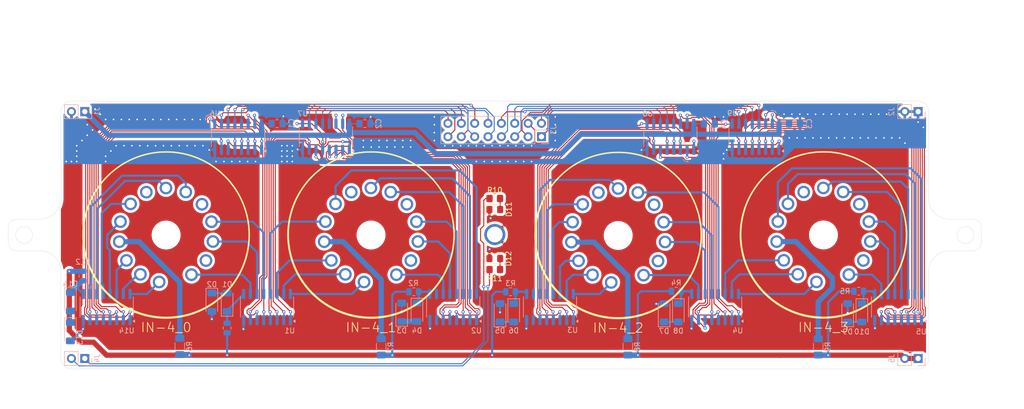
<source format=kicad_pcb>
(kicad_pcb (version 20241229) (generator "pcbnew") (generator_version "9.0")
  (layers (0 "F.Cu" signal) (2 "B.Cu" signal) (13 "F.Paste" user) (15 "B.Paste" user) (5 "F.SilkS" user "F.Silkscreen") (7 "B.SilkS" user "B.Silkscreen") (1 "F.Mask" user) (3 "B.Mask" user) (25 "Edge.Cuts" user))
  (net 0 "")
  (net 1 "Net-(D1-K)")
  (net 2 "Net-(D1-A)")
  (net 3 "GND")
  (net 4 "Net-(D3-K)")
  (net 5 "Net-(D4-K)")
  (net 6 "Net-(D5-K)")
  (net 7 "Net-(D6-K)")
  (net 8 "Net-(D7-K)")
  (net 9 "Net-(D8-K)")
  (net 10 "Net-(D10-K)")
  (net 11 "Net-(D10-A)")
  (net 12 "Net-(D11-A)")
  (net 13 "Net-(D12-A)")
  (net 14 "Net-(D13-K)")
  (net 15 "Net-(D14-K)")
  (net 16 "VDD")
  (net 17 "/LED2")
  (net 18 "/LED1")
  (net 19 "HT")
  (net 20 "/T1_D2")
  (net 21 "/T0_K9")
  (net 22 "/T0_K7")
  (net 23 "/T1_D1")
  (net 24 "/T1_D3")
  (net 25 "/T1_K0")
  (net 26 "/T0_D7")
  (net 27 "/T0_D8")
  (net 28 "/T1_K1")
  (net 29 "/T1_K2")
  (net 30 "/T1_K3")
  (net 31 "/T1_D0")
  (net 32 "/T0_K8")
  (net 33 "/T0_D9")
  (net 34 "/T1_K4")
  (net 35 "/T1_K9")
  (net 36 "/T1_K5")
  (net 37 "/T1_D6")
  (net 38 "/T1_K7")
  (net 39 "/T1_D4")
  (net 40 "/T1_K8")
  (net 43 "/T1_D9")
  (net 44 "/T1_K6")
  (net 45 "/T1_D7")
  (net 46 "/T1_D8")
  (net 47 "/T1_D5")
  (net 49 "/T2_K4")
  (net 50 "/T2_K3")
  (net 51 "/T2_K1")
  (net 53 "/T2_K5")
  (net 54 "/T2_K0")
  (net 55 "/T2_K2")
  (net 56 "/T2_K8")
  (net 57 "/T3_D0")
  (net 58 "/T3_K2")
  (net 59 "/T2_K9")
  (net 60 "/T3_K0")
  (net 61 "/T2_K7")
  (net 62 "/T3_K1")
  (net 63 "/T2_K6")
  (net 64 "/T2_D9")
  (net 65 "/T3_K8")
  (net 66 "/T3_K6")
  (net 67 "/T3_K3")
  (net 68 "/T3_K5")
  (net 69 "/T3_K7")
  (net 70 "/T3_K4")
  (net 71 "/T3_K9")
  (net 72 "/T0_D2")
  (net 73 "/T0_D6")
  (net 74 "/T0_D4")
  (net 75 "/T0_D5")
  (net 76 "/T0_D3")
  (net 77 "/T0_D1")
  (net 78 "/T0_D0")
  (net 80 "/T0_K0")
  (net 81 "/T0_K5")
  (net 82 "/T0_K1")
  (net 83 "/T0_K4")
  (net 87 "/T0_K6")
  (net 88 "/T0_K3")
  (net 89 "/T0_K2")
  (net 90 "/CO1_2")
  (net 91 "/CO3_2")
  (net 92 "/CO3_0")
  (net 93 "/CO2_0")
  (net 94 "/CO1_1")
  (net 95 "/CO3_1")
  (net 96 "/CO2_3")
  (net 97 "/CO3_3")
  (net 98 "/CO2_2")
  (net 99 "/CO2_1")
  (net 100 "/CO0_3")
  (net 101 "/CO0_2")
  (net 102 "/CO0_1")
  (net 103 "/CO1_3")
  (net 104 "/CO1_0")
  (net 105 "/CO0_0")
  (net 106 "Net-(U10-S)")
  (net 107 "Net-(U11-S)")
  (net 108 "Net-(U12-S)")
  (net 109 "Net-(U13-S)")
  (net 118 "/T2_D7")
  (net 119 "/T2_D8")
  (net 120 "/T2_D0")
  (net 121 "/T2_D4")
  (net 122 "/T2_D6")
  (net 123 "/T2_D1")
  (net 124 "/T3_D6")
  (net 125 "/T2_D3")
  (net 126 "/T2_D5")
  (net 127 "/T3_D4")
  (net 128 "/T3_D8")
  (net 129 "/T2_D2")
  (net 130 "/T3_D5")
  (net 131 "/T3_D1")
  (net 132 "/T3_D3")
  (net 133 "/T3_D2")
  (net 134 "/T3_D7")
  (net 135 "/T3_D9")
  (footprint ".Nixie Tubes:IN-4" (layer "F.Cu") (at 211.03302 100.4)
    (property "Reference" "U13" (hide yes))
    (property "Value" "IN-4_3")
  )
  (footprint "TestPoint:TestPoint_Plated_Hole_D3.0mm" (layer "F.Cu") (at 148.5 100.4)
    (property "Reference" "H1" (hide yes))
    (property "Value" "GND")
  )
  (footprint ".Nixie Tubes:IN-4" (layer "F.Cu") (at 86.03302 100.41364)
    (property "Reference" "U10" (hide yes))
    (property "Value" "IN-4_0")
  )
  (footprint ".Nixie Tubes:IN-4" (layer "F.Cu") (at 172 100.5)
    (property "Reference" "U12" (hide yes))
    (property "Value" "IN-4_2")
  )
  (footprint "Resistor_SMD:R_0805_2012Metric_Pad1.20x1.40mm_HandSolder" (layer "F.Cu") (at 148.5 93.55)
    (property "Reference" "R10")
    (property "Value" "4k7")
  )
  (footprint "LED_SMD:LED_0805_2012Metric_Pad1.15x1.40mm_HandSolder" (layer "F.Cu") (at 148.5 95.65)
    (property "Reference" "D11")
    (property "Value" "LED_Y")
  )
  (footprint "Resistor_SMD:R_0805_2012Metric_Pad1.20x1.40mm_HandSolder" (layer "F.Cu") (at 148.5 107.075001)
    (property "Reference" "R11")
    (property "Value" "4k7")
  )
  (footprint "LED_SMD:LED_0805_2012Metric_Pad1.15x1.40mm_HandSolder" (layer "F.Cu") (at 148.5 104.975001)
    (property "Reference" "D12")
    (property "Value" "LED_Y")
  )
  (footprint ".Nixie Tubes:IN-4" (layer "F.Cu") (at 125 100.41364)
    (property "Reference" "U11" (hide yes))
    (property "Value" "IN-4_1")
  )
  (footprint "Diode_SMD:D_MiniMELF" (layer "B.Cu") (at 97.6 113.3 90)
    (property "Reference" "D1")
    (property "Value" "TZMC47")
  )
  (footprint "Resistor_SMD:R_0805_2012Metric" (layer "B.Cu") (at 133.1 111.3)
    (property "Reference" "R2")
    (property "Value" "47k")
  )
  (footprint "Connector_PinHeader_2.54mm:PinHeader_1x02_P2.54mm_Vertical" (layer "B.Cu") (at 70.54 77 90)
    (property "Reference" "J1")
    (property "Value" "VDD")
  )
  (footprint "Package_SO:SOIC-16_3.9x9.9mm_P1.27mm" (layer "B.Cu") (at 225.195 114.225 90)
    (property "Reference" "U5")
    (property "Value" "SN75468")
  )
  (footprint "Package_SO:SOIC-16_3.9x9.9mm_P1.27mm" (layer "B.Cu") (at 159 114.2 90)
    (property "Reference" "U3")
    (property "Value" "SN75468")
  )
  (footprint "Capacitor_SMD:C_0805_2012Metric_Pad1.18x1.45mm_HandSolder" (layer "B.Cu") (at 189.3125 79.325)
    (property "Reference" "C4")
    (property "Value" "100n")
  )
  (footprint "Diode_SMD:D_MiniMELF" (layer "B.Cu") (at 67.8 118.9 -90)
    (property "Reference" "D13")
    (property "Value" "TZMC47")
  )
  (footprint "Diode_SMD:D_MiniMELF" (layer "B.Cu") (at 183.4 115.3 -90)
    (property "Reference" "D8")
    (property "Value" "TZMC47")
  )
  (footprint "Diode_SMD:D_MiniMELF" (layer "B.Cu") (at 149.5 115.300001 90)
    (property "Reference" "D5")
    (property "Value" "TZMC47")
  )
  (footprint "Capacitor_SMD:C_0805_2012Metric_Pad1.18x1.45mm_HandSolder" (layer "B.Cu") (at 107.1 79.3)
    (property "Reference" "C1")
    (property "Value" "100n")
  )
  (footprint "Connector_PinHeader_2.54mm:PinHeader_1x02_P2.54mm_Vertical" (layer "B.Cu") (at 229 124 90)
    (property "Reference" "J5")
    (property "Value" "HT")
  )
  (footprint "Package_SO:SOIC-16_3.9x9.9mm_P1.27mm" (layer "B.Cu") (at 99.7 81.8 90)
    (property "Reference" "U6")
    (property "Value" "4028")
  )
  (footprint "Package_SO:SOIC-16_3.9x9.9mm_P1.27mm" (layer "B.Cu") (at 190.4 114.2 90)
    (property "Reference" "U4")
    (property "Value" "SN75468")
  )
  (footprint "Resistor_SMD:R_0805_2012Metric" (layer "B.Cu") (at 151.5 111.3)
    (property "Reference" "R3")
    (property "Value" "47k")
  )
  (footprint "Resistor_SMD:R_1206_3216Metric_Pad1.30x1.75mm_HandSolder" (layer "B.Cu") (at 173.8 121.8 90)
    (property "Reference" "R8")
    (property "Value" "18k7")
  )
  (footprint "Resistor_SMD:R_1206_3216Metric_Pad1.30x1.75mm_HandSolder" (layer "B.Cu") (at 126.9 121.8 90)
    (property "Reference" "R7")
    (property "Value" "18k7")
  )
  (footprint "Package_SO:SOIC-16_3.9x9.9mm_P1.27mm" (layer "B.Cu") (at 198.1 81.8 90)
    (property "Reference" "U9")
    (property "Value" "4028")
  )
  (footprint "Connector_PinHeader_2.54mm:PinHeader_1x02_P2.54mm_Vertical" (layer "B.Cu") (at 70.54 124 90)
    (property "Reference" "J4")
    (property "Value" "LED")
  )
  (footprint "Capacitor_SMD:C_0805_2012Metric_Pad1.18x1.45mm_HandSolder" (layer "B.Cu") (at 205.5 79.3)
    (property "Reference" "C3")
    (property "Value" "100n")
  )
  (footprint "Connector_PinHeader_2.54mm:PinHeader_2x08_P2.54mm_Vertical" (layer "B.Cu") (at 157.375 81.775 90)
    (property "Reference" "J3")
    (property "Value" "Tube Conn")
  )
  (footprint "Package_SO:SOIC-16_3.9x9.9mm_P1.27mm" (layer "B.Cu") (at 181.9 81.8 90)
    (property "Reference" "U8")
    (property "Value" "4028")
  )
  (footprint "Package_SO:SOIC-16_3.9x9.9mm_P1.27mm" (layer "B.Cu") (at 116.4 81.8 90)
    (property "Reference" "U7")
    (property "Value" "4028")
  )
  (footprint "Resistor_SMD:R_1206_3216Metric_Pad1.30x1.75mm_HandSolder" (layer "B.Cu") (at 210 121.8 90)
    (property "Reference" "R9")
    (property "Value" "18k7")
  )
  (footprint "Resistor_SMD:R_0805_2012Metric" (layer "B.Cu") (at 183 111.2)
    (property "Reference" "R4")
    (property "Value" "47k")
  )
  (footprint "Diode_SMD:D_MiniMELF" (layer "B.Cu") (at 218.3 115.3 -90)
    (property "Reference" "D10")
    (property "Value" "TZMC47")
  )
  (footprint "Capacitor_SMD:C_0805_2012Metric_Pad1.18x1.45mm_HandSolder" (layer "B.Cu") (at 123.8 79.3)
    (property "Reference" "C2")
    (property "Value" "100n")
  )
  (footprint "Resistor_SMD:R_0805_2012Metric" (layer "B.Cu") (at 70.2 108.3 -90)
    (property "Reference" "R12")
    (property "Value" "47k")
  )
  (footprint "Resistor_SMD:R_0805_2012Metric" (layer "B.Cu") (at 97.6 118.2 90)
    (property "Reference" "R1" (hide yes))
    (property "Value" "47k")
  )
  (footprint "Package_SO:SOIC-16_3.9x9.9mm_P1.27mm" (layer "B.Cu") (at 74.7 114.2 90)
    (property "Reference" "U14")
    (property "Value" "SN75468")
  )
  (footprint "Diode_SMD:D_MiniMELF" (layer "B.Cu") (at 67.8 113.2 -90)
    (property "Reference" "D14")
    (property "Value" "TZMC47")
  )
  (footprint "Connector_PinHeader_2.54mm:PinHeader_1x02_P2.54mm_Vertical" (layer "B.Cu") (at 229 77 90)
    (property "Reference" "J2")
    (property "Value" "GND")
  )
  (footprint "Package_SO:SOIC-16_3.9x9.9mm_P1.27mm" (layer "B.Cu") (at 140.6 114.2 90)
    (property "Reference" "U2")
    (property "Value" "SN75468")
  )
  (footprint "Diode_SMD:D_MiniMELF" (layer "B.Cu") (at 94.7 113.3 -90)
    (property "Reference" "D2")
    (property "Value" "TZMC47")
  )
  (footprint "Diode_SMD:D_MiniMELF" (layer "B.Cu") (at 152.1 115.3 -90)
    (property "Reference" "D6")
    (property "Value" "TZMC47")
  )
  (footprint "Diode_SMD:D_MiniMELF" (layer "B.Cu") (at 130.8 115.2 90)
    (property "Reference" "D3")
    (property "Value" "TZMC47")
  )
  (footprint "Diode_SMD:D_MiniMELF" (layer "B.Cu") (at 180.7 115.3 90)
    (property "Reference" "D7")
    (property "Value" "TZMC47")
  )
  (footprint "Package_SO:SOIC-16_3.9x9.9mm_P1.27mm" (layer "B.Cu") (at 105.2 114.2 90)
    (property "Reference" "U1")
    (property "Value" "SN75468")
  )
  (footprint "Diode_SMD:D_MiniMELF" (layer "B.Cu") (at 215.6 115.3 90)
    (property "Reference" "D9")
    (property "Value" "TZMC47")
  )
  (footprint "Resistor_SMD:R_0805_2012Metric" (layer "B.Cu") (at 217.7 111.2)
    (property "Reference" "R5")
    (property "Value" "47k")
  )
  (footprint "Diode_SMD:D_MiniMELF" (layer "B.Cu") (at 133.7 115.2 -90)
    (property "Reference" "D4")
    (property "Value" "TZMC47")
  )
  (footprint "Resistor_SMD:R_1206_3216Metric_Pad1.30x1.75mm_HandSolder" (layer "B.Cu") (at 88.6 121.7 90)
    (property "Reference" "R6")
    (property "Value" "18k7")
  )
  (gr_line (start 57.5 97.5) (end 62 97.5) (stroke (width 0.05)) (layer "Edge.Cuts"))
  (gr_line (start 57.5 103.5) (end 62 103.5) (stroke (width 0.05)) (layer "Edge.Cuts"))
  (gr_line (start 56 99) (end 56 102) (stroke (width 0.05)) (layer "Edge.Cuts"))
  (gr_line (start 66 77) (end 66 93.5) (stroke (width 0.05)) (layer "Edge.Cuts"))
  (gr_line (start 231 124) (end 231 107.5) (stroke (width 0.05)) (layer "Edge.Cuts"))
  (gr_line (start 229 126) (end 68 126) (stroke (width 0.05)) (layer "Edge.Cuts"))
  (gr_arc (start 229 75) (mid 230.414214 75.585786) (end 231 77) (stroke (width 0.05)) (layer "Edge.Cuts"))
  (gr_line (start 239.5 97.5) (end 235 97.5) (stroke (width 0.05)) (layer "Edge.Cuts"))
  (gr_line (start 231 93.5) (end 231 77) (stroke (width 0.05)) (layer "Edge.Cuts"))
  (gr_arc (start 235 97.5) (mid 232.171573 96.328427) (end 231 93.5) (stroke (width 0.05)) (layer "Edge.Cuts"))
  (gr_arc (start 231 107.5) (mid 232.171573 104.671573) (end 235 103.5) (stroke (width 0.05)) (layer "Edge.Cuts"))
  (gr_arc (start 62 103.5) (mid 64.828427 104.671573) (end 66 107.5) (stroke (width 0.05)) (layer "Edge.Cuts"))
  (gr_circle (center 59 100.5) (end 59 102.1) (stroke (width 0.05)) (fill no) (layer "Edge.Cuts"))
  (gr_arc (start 239.5 97.5) (mid 240.56066 97.93934) (end 241 99) (stroke (width 0.05)) (layer "Edge.Cuts"))
  (gr_arc (start 231 124) (mid 230.414214 125.414214) (end 229 126) (stroke (width 0.05)) (layer "Edge.Cuts"))
  (gr_line (start 239.5 103.5) (end 235 103.5) (stroke (width 0.05)) (layer "Edge.Cuts"))
  (gr_arc (start 66 77) (mid 66.585786 75.585786) (end 68 75) (stroke (width 0.05)) (layer "Edge.Cuts"))
  (gr_line (start 241 102) (end 241 99) (stroke (width 0.05)) (layer "Edge.Cuts"))
  (gr_circle (center 238 100.5) (end 238 98.9) (stroke (width 0.05)) (fill no) (layer "Edge.Cuts"))
  (gr_line (start 68 75) (end 229 75) (stroke (width 0.05)) (layer "Edge.Cuts"))
  (gr_arc (start 68 126) (mid 66.585786 125.414214) (end 66 124) (stroke (width 0.05)) (layer "Edge.Cuts"))
  (gr_line (start 66 107.5) (end 66 124) (stroke (width 0.05)) (layer "Edge.Cuts"))
  (gr_arc (start 56 99) (mid 56.43934 97.93934) (end 57.5 97.5) (stroke (width 0.05)) (layer "Edge.Cuts"))
  (gr_arc (start 241 102) (mid 240.56066 103.06066) (end 239.5 103.5) (stroke (width 0.05)) (layer "Edge.Cuts"))
  (gr_arc (start 57.5 103.5) (mid 56.43934 103.06066) (end 56 102) (stroke (width 0.05)) (layer "Edge.Cuts"))
  (gr_arc (start 66 93.5) (mid 64.828427 96.328427) (end 62 97.5) (stroke (width 0.05)) (layer "Edge.Cuts"))
  (segment (start 97.6 114.88) (end 97.6 115.05) (width 0.4) (layer "B.Cu") (net 1))
  (segment (start 100.755 111.725) (end 97.6 114.88) (width 0.4) (layer "B.Cu") (net 1))
  (segment (start 97.6 115.05) (end 97.6 117.2875) (width 0.4) (layer "B.Cu") (net 1))
  (segment (start 97.6 111.55) (end 94.7 111.55) (width 0.4) (layer "B.Cu") (net 2))
  (segment (start 147.475001 97.075001) (end 147.475001 95.65) (width 0.2) (layer "F.Cu") (net 3))
  (segment (start 147.7 97.3) (end 147.475001 97.075001) (width 0.2) (layer "F.Cu") (net 3))
  (segment (start 147.5 103.2) (end 147.475001 103.224999) (width 0.2) (layer "F.Cu") (net 3))
  (segment (start 147.475001 103.224999) (end 147.475001 104.975001) (width 0.2) (layer "F.Cu") (net 3))
  (via (at 147.7 97.3) (size 0.6) (drill 0.3) (layers "F.Cu" "B.Cu") (net 3))
  (via (at 111 84.2) (size 0.6) (drill 0.3) (layers "F.Cu" "B.Cu") (net 3))
  (via (at 208 77.5) (size 0.6) (drill 0.3) (layers "F.Cu" "B.Cu") (net 3))
  (via (at 147.5 103.2) (size 0.6) (drill 0.3) (layers "F.Cu" "B.Cu") (net 3))
  (via (at 149.5 115.2) (size 0.6) (drill 0.3) (layers "F.Cu" "B.Cu") (net 3))
  (via (at 82 78.5) (size 0.6) (drill 0.3) (layers "F.Cu" "B.Cu") (net 3))
  (via (at 160 82.5) (size 0.6) (drill 0.3) (layers "F.Cu" "B.Cu") (net 3))
  (via (at 93 83.5) (size 0.6) (drill 0.3) (layers "F.Cu" "B.Cu") (net 3))
  (via (at 216.5 82) (size 0.6) (drill 0.3) (layers "F.Cu" "B.Cu") (net 3))
  (via (at 137 78) (size 0.6) (drill 0.3) (layers "F.Cu" "B.Cu") (net 3))
  (via (at 91 78.5) (size 0.6) (drill 0.3) (layers "F.Cu" "B.Cu") (net 3))
  (via (at 88 78.5) (size 0.6) (drill 0.3) (layers "F.Cu" "B.Cu") (net 3))
  (via (at 84 83.5) (size 0.6) (drill 0.3) (layers "F.Cu" "B.Cu") (net 3))
  (via (at 94.2 84.3) (size 0.6) (drill 0.3) (layers "F.Cu" "B.Cu") (net 3))
  (via (at 149.5 83.5) (size 0.6) (drill 0.3) (layers "F.Cu" "B.Cu") (net 3))
  (via (at 125 82.5) (size 0.6) (drill 0.3) (layers "F.Cu" "B.Cu") (net 3))
  (via (at 128 82.5) (size 0.6) (drill 0.3) (layers "F.Cu" "B.Cu") (net 3))
  (via (at 110 84.5) (size 0.6) (drill 0.3) (layers "F.Cu" "B.Cu") (net 3))
  (via (at 206.5 77.5) (size 0.6) (drill 0.3) (layers "F.Cu" "B.Cu") (net 3))
  (via (at 108 84.5) (size 0.6) (drill 0.3) (layers "F.Cu" "B.Cu") (net 3))
  (via (at 148 86.5) (size 0.6) (drill 0.3) (layers "F.Cu" "B.Cu") (net 3))
  (via (at 86.5 78.5) (size 0.6) (drill 0.3) (layers "F.Cu" "B.Cu") (net 3))
  (via (at 68 86.5) (size 0.6) (drill 0.3) (layers "F.Cu" "B.Cu") (net 3))
  (via (at 214 77.5) (size 0.6) (drill 0.3) (layers "F.Cu" "B.Cu") (net 3))
  (via (at 222.5 82) (size 0.6) (drill 0.3) (layers "F.Cu" "B.Cu") (net 3))
  (via (at 128 83.75) (size 0.6) (drill 0.3) (layers "F.Cu" "B.Cu") (net 3))
  (via (at 132.5 82.5) (size 0.6) (drill 0.3) (layers "F.Cu" "B.Cu") (net 3))
  (via (at 108 86.5) (size 0.6) (drill 0.3) (layers "F.Cu" "B.Cu") (net 3))
  (via (at 139 83.5) (size 0.6) (drill 0.3) (layers "F.Cu" "B.Cu") (net 3))
  (via (at 76.5 83.5) (size 0.6) (drill 0.3) (layers "F.Cu" "B.Cu") (net 3))
  (via (at 108 85.5) (size 0.6) (drill 0.3) (layers "F.Cu" "B.Cu") (net 3))
  (via (at 69 83.5) (size 0.6) (drill 0.3) (layers "F.Cu" "B.Cu") (net 3))
  (via (at 151 83.5) (size 0.6) (drill 0.3) (layers "F.Cu" "B.Cu") (net 3))
  (via (at 218.5 77.5) (size 0.6) (drill 0.3) (layers "F.Cu" "B.Cu") (net 3))
  (via (at 190.35 78) (size 0.6) (drill 0.3) (layers "F.Cu" "B.Cu") (net 3))
  (via (at 212 82) (size 0.6) (drill 0.3) (layers "F.Cu" "B.Cu") (net 3))
  (via (at 109 86.5) (size 0.6) (drill 0.3) (layers "F.Cu" "B.Cu") (net 3))
  (via (at 211 77.5) (size 0.6) (drill 0.3) (layers "F.Cu" "B.Cu") (net 3))
  (via (at 192 85) (size 0.6) (drill 0.3) (layers "F.Cu" "B.Cu") (net 3))
  (via (at 146.5 83.5) (size 0.6) (drill 0.3) (layers "F.Cu" "B.Cu") (net 3))
  (via (at 89.5 78.5) (size 0.6) (drill 0.3) (layers "F.Cu" "B.Cu") (net 3))
  (via (at 192 78) (size 0.6) (drill 0.3) (layers "F.Cu" "B.Cu") (net 3))
  (via (at 229 79) (size 0.6) (drill 0.3) (layers "F.Cu" "B.Cu") (net 3))
  (via (at 154.5 118.3) (size 0.6) (drill 0.3) (layers "F.Cu" "B.Cu") (net 3))
  (via (at 210.5 82) (size 0.6) (drill 0.3) (layers "F.Cu" "B.Cu") (net 3))
  (via (at 224 82) (size 0.6) (drill 0.3) (layers "F.Cu" "B.Cu") (net 3))
  (via (at 221 82) (size 0.6) (drill 0.3) (layers "F.Cu" "B.Cu") (net 3))
  (via (at 74.5 78.5) (size 0.6) (drill 0.3) (layers "F.Cu" "B.Cu") (net 3))
  (via (at 110 85.5) (size 0.6) (drill 0.3) (layers "F.Cu" "B.Cu") (net 3))
  (via (at 129.5 82.5) (size 0.6) (drill 0.3) (layers "F.Cu" "B.Cu") (net 3))
  (via (at 160 78) (size 0.6) (drill 0.3) (layers "F.Cu" "B.Cu") (net 3))
  (via (at 136.2 118.3) (size 0.6) (drill 0.3) (layers "F.Cu" "B.Cu") (net 3))
  (via (at 152.5 86.5) (size 0.6) (drill 0.3) (layers "F.Cu" "B.Cu") (net 3))
  (via (at 74.5 86.5) (size 0.6) (drill 0.3) (layers "F.Cu" "B.Cu") (net 3))
  (via (at 126.5 82.5) (size 0.6) (drill 0.3) (layers "F.Cu" "B.Cu") (net 3))
  (via (at 130.8 115.1) (size 0.6) (drill 0.3) (layers "F.Cu" "B.Cu") (net 3))
  (via (at 155.5 86.5) (size 0.6) (drill 0.3) (layers "F.Cu" "B.Cu") (net 3))
  (via (at 185.9 118.3) (size 0.6) (drill 0.3) (layers "F.Cu" "B.Cu") (net 3))
  (via (at 78 83.5) (size 0.6) (drill 0.3) (layers "F.Cu" "B.Cu") (net 3))
  (via (at 81 83.5) (size 0.6) (drill 0.3) (layers "F.Cu" "B.Cu") (net 3))
  (via (at 154 86.5) (size 0.6) (drill 0.3) (layers "F.Cu" "B.Cu") (net 3))
  (via (at 109 85.5) (size 0.6) (drill 0.3) (layers "F.Cu" "B.Cu") (net 3))
  (via (at 131 82.5) (size 0.6) (drill 0.3) (layers "F.Cu" "B.Cu") (net 3))
  (via (at 100 86.5) (size 0.6) (drill 0.3) (layers "F.Cu" "B.Cu") (net 3))
  (via (at 95.5 86.5) (size 0.6) (drill 0.3) (layers "F.Cu" "B.Cu") (net 3))
  (via (at 71 79.5) (size 0.6) (drill 0.3) (layers "F.Cu" "B.Cu") (net 3))
  (via (at 226.5 83) (size 0.6) (drill 0.3) (layers "F.Cu" "B.Cu") (net 3))
  (via (at 143.5 83.5) (size 0.6) (drill 0.3) (layers "F.Cu" "B.Cu") (net 3))
  (via (at 123.5 82.5) (size 0.6) (drill 0.3) (layers "F.Cu" "B.Cu") (net 3))
  (via (at 82.5 83.5) (size 0.6) (drill 0.3) (layers "F.Cu" "B.Cu") (net 3))
  (via (at 77.5 78.5) (size 0.6) (drill 0.3) (layers "F.Cu" "B.Cu") (net 3))
  (via (at 137 79.5) (size 0.6) (drill 0.3) (layers "F.Cu" "B.Cu") (net 3))
  (via (at 91.5 83.5) (size 0.6) (drill 0.3) (layers "F.Cu" "B.Cu") (net 3))
  (via (at 79.5 83.5) (size 0.6) (drill 0.3) (layers "F.Cu" "B.Cu") (net 3))
  (via (at 207.5 82) (size 0.6) (drill 0.3) (layers "F.Cu" "B.Cu") (net 3))
  (via (at 137 81) (size 0.6) (drill 0.3) (layers "F.Cu" "B.Cu") (net 3))
  (via (at 137 82.5) (size 0.6) (drill 0.3) (layers "F.Cu" "B.Cu") (net 3))
  (via (at 103 86.5) (size 0.6) (drill 0.3) (layers "F.Cu" "B.Cu") (net 3))
  (via (at 69 85.5) (size 0.6) (drill 0.3) (layers "F.Cu" "B.Cu") (net 3))
  (via (at 204.5 82) (size 0.6) (drill 0.3) (layers "F.Cu" "B.Cu") (net 3))
  (via (at 206 82) (size 0.6) (drill 0.3) (layers "F.Cu" "B.Cu") (net 3))
  (via (at 98.5 86.5) (size 0.6) (drill 0.3) (layers "F.Cu" "B.Cu") (net 3))
  (via (at 209.5 77.5) (size 0.6) (drill 0.3) (layers "F.Cu" "B.Cu") (net 3))
  (via (at 179.2 113.6) (size 0.6) (drill 0.3) (layers "F.Cu" "B.Cu") (net 3))
  (via (at 109 83.5) (size 0.6) (drill 0.3) (layers "F.Cu" "B.Cu") (net 3))
  (via (at 221.5 77.5) (size 0.6) (drill 0.3) (layers "F.Cu" "B.Cu") (net 3))
  (via (at 108.3 77.9) (size 0.6) (drill 0.3) (layers "F.Cu" "B.Cu") (net 3))
  (via (at 145 86.5) (size 0.6) (drill 0.3) (layers "F.Cu" "B.Cu") (net 3))
  (via (at 124.9 78) (size 0.6) (drill 0.3) (layers "F.Cu" "B.Cu") (net 3))
  (via (at 176.4 84.3) (size 0.6) (drill 0.3) (layers "F.Cu" "B.Cu") (net 3))
  (via (at 142 83.5) (size 0.6) (drill 0.3) (layers "F.Cu" "B.Cu") (net 3))
  (via (at 123.5 83.75) (size 0.6) (drill 0.3) (layers "F.Cu" "B.Cu") (net 3))
  (via (at 225.5 82) (size 0.6) (drill 0.3) (layers "F.Cu" "B.Cu") (net 3))
  (via (at 230 80) (size 0.6) (drill 0.3) (layers "F.Cu" "B.Cu") (net 3))
  (via (at 125 83.75) (size 0.6) (drill 0.3) (layers "F.Cu" "B.Cu") (net 3))
  (via (at 101.5 86.5) (size 0.6) (drill 0.3) (layers "F.Cu" "B.Cu") (net 3))
  (via (at 217 77.5) (size 0.6) (drill 0.3) (layers "F.Cu" "B.Cu") (net 3))
  (via (at 146.5 86.5) (size 0.6) (drill 0.3) (layers "F.Cu" "B.Cu") (net 3))
  (via (at 110 86.5) (size 0.6) (drill 0.3) (layers "F.Cu" "B.Cu") (net 3))
  (via (at 160 79.5) (size 0.6) (drill 0.3) (layers "F.Cu" "B.Cu") (net 3))
  (via (at 94.7 116.5) (size 0.6) (drill 0.3) (layers "F.Cu" "B.Cu") (net 3))
  (via (at 132.5 83.75) (size 0.6) (drill 0.3) (layers "F.Cu" "B.Cu") (net 3))
  (via (at 69 84.5) (size 0.6) (drill 0.3) (layers "F.Cu" "B.Cu") (net 3))
  (via (at 192.6 84.3) (size 0.6) (drill 0.3) (layers "F.Cu" "B.Cu") (net 3))
  (via (at 80.5 78.5) (size 0.6) (drill 0.3) (layers "F.Cu" "B.Cu") (net 3))
  (via (at 203.5 77.5) (size 0.6) (drill 0.3) (layers "F.Cu" "B.Cu") (net 3))
  (via (at 205 77.5) (size 0.6) (drill 0.3) (layers "F.Cu" "B.Cu") (net 3))
  (via (at 160 81) (size 0.6) (drill 0.3) (layers "F.Cu" "B.Cu") (net 3))
  (via (at 218 82) (size 0.6) (drill 0.3) (layers "F.Cu" "B.Cu") (net 3))
  (via (at 192 86) (size 0.6) (drill 0.3) (layers "F.Cu" "B.Cu") (net 3))
  (via (at 90 83.5) (size 0.6) (drill 0.3) (layers "F.Cu" "B.Cu") (net 3))
  (via (at 72.5 76.5) (size 0.6) (drill 0.3) (layers "F.Cu" "B.Cu") (net 3))
  (via (at 85.5 83.5) (size 0.6) (drill 0.3) (layers "F.Cu" "B.Cu") (net 3))
  (via (at 79 78.5) (size 0.6) (drill 0.3) (layers "F.Cu" "B.Cu") (net 3))
  (via (at 87 83.5) (size 0.6) (drill 0.3) (layers "F.Cu" "B.Cu") (net 3))
  (via (at 154 83.5) (size 0.6) (drill 0.3) (layers "F.Cu" "B.Cu") (net 3))
  (via (at 100.7 118.4) (size 0.6) (drill 0.3) (layers "F.Cu" "B.Cu") (net 3))
  (via (at 212.5 77.5) (size 0.6) (drill 0.3) (layers "F.Cu" "B.Cu") (net 3))
  (via (at 73.5 77.5) (size 0.6) (drill 0.3) (layers "F.Cu" "B.Cu") (net 3))
  (via (at 209 82) (size 0.6) (drill 0.3) (layers "F.Cu" "B.Cu") (net 3))
  (via (at 69 86.5) (size 0.6) (drill 0.3) (layers "F.Cu" "B.Cu") (net 3))
  (via (at 67 86.5) (size 0.6) (drill 0.3) (layers "F.Cu" "B.Cu") (net 3))
  (via (at 140.5 83.5) (size 0.6) (drill 0.3) (layers "F.Cu" "B.Cu") (net 3))
  (via (at 152.5 83.5) (size 0.6) (drill 0.3) (layers "F.Cu" "B.Cu") (net 3))
  (via (at 220.795 118.225) (size 0.6) (drill 0.3) (layers "F.Cu" "B.Cu") (net 3))
  (via (at 97 86.5) (size 0.6) (drill 0.3) (layers "F.Cu" "B.Cu") (net 3))
  (via (at 145 83.5) (size 0.6) (drill 0.3) (layers "F.Cu" "B.Cu") (net 3))
  (via (at 215.5 77.5) (size 0.6) (drill 0.3) (layers "F.Cu" "B.Cu") (net 3))
  (via (at 213.5 82) (size 0.6) (drill 0.3) (layers "F.Cu" "B.Cu") (net 3))
  (via (at 109 84.5) (size 0.6) (drill 0.3) (layers "F.Cu" "B.Cu") (net 3))
  (via (at 131 83.75) (size 0.6) (drill 0.3) (layers "F.Cu" "B.Cu") (net 3))
  (via (at 110 83.5) (size 0.6) (drill 0.3) (layers "F.Cu" "B.Cu") (net 3))
  (via (at 223 77.5) (size 0.6) (drill 0.3) (layers "F.Cu" "B.Cu") (net 3))
  (via (at 215 82) (size 0.6) (drill 0.3) (layers "F.Cu" "B.Cu") (net 3))
  (via (at 88.5 83.5) (size 0.6) (drill 0.3) (layers "F.Cu" "B.Cu") (net 3))
  (via (at 149.5 86.5) (size 0.6) (drill 0.3) (layers "F.Cu" "B.Cu") (net 3))
  (via (at 70.2 118.4) (size 0.6) (drill 0.3) (layers "F.Cu" "B.Cu") (net 3))
  (via (at 75.5 84.5) (size 0.6) (drill 0.3) (layers "F.Cu" "B.Cu") (net 3))
  (via (at 71 81.5) (size 0.6) (drill 0.3) (layers "F.Cu" "B.Cu") (net 3))
  (via (at 83.5 78.5) (size 0.6) (drill 0.3) (layers "F.Cu" "B.Cu") (net 3))
  (via (at 85 78.5) (size 0.6) (drill 0.3) (layers "F.Cu" "B.Cu") (net 3))
  (via (at 92.5 78.5) (size 0.6) (drill 0.3) (layers "F.Cu" "B.Cu") (net 3))
  (via (at 219.5 82) (size 0.6) (drill 0.3) (layers "F.Cu" "B.Cu") (net 3))
  (via (at 72 80.5) (size 0.6) (drill 0.3) (layers "F.Cu" "B.Cu") (net 3))
  (via (at 151 86.5) (size 0.6) (drill 0.3) (layers "F.Cu" "B.Cu") (net 3))
  (via (at 74.5 85.5) (size 0.6) (drill 0.3) (layers "F.Cu" "B.Cu") (net 3))
  (via (at 148 83.5) (size 0.6) (drill 0.3) (layers "F.Cu" "B.Cu") (net 3))
  (via (at 126.5 83.75) (size 0.6) (drill 0.3) (layers "F.Cu" "B.Cu") (net 3))
  (via (at 215.6 115.3) (size 0.6) (drill 0.3) (layers "F.Cu" "B.Cu") (net 3))
  (via (at 155.5 83.5) (size 0.6) (drill 0.3) (layers "F.Cu" "B.Cu") (net 3))
  (via (at 70 82.5) (size 0.6) (drill 0.3) (layers "F.Cu" "B.Cu") (net 3))
  (via (at 220 77.5) (size 0.6) (drill 0.3) (layers "F.Cu" "B.Cu") (net 3))
  (via (at 76 78.5) (size 0.6) (drill 0.3) (layers "F.Cu" "B.Cu") (net 3))
  (via (at 108 83.5) (size 0.6) (drill 0.3) (layers "F.Cu" "B.Cu") (net 3))
  (via (at 129.5 83.75) (size 0.6) (drill 0.3) (layers "F.Cu" "B.Cu") (net 3))
  (segment (start 111.955 84.275) (end 111.075 84.275) (width 0.2) (layer "B.Cu") (net 3))
  (segment (start 130.8 113.45) (end 130.8 115.1) (width 0.2) (layer "B.Cu") (net 3))
  (segment (start 177.455 84.275) (end 176.425 84.275) (width 0.2) (layer "B.Cu") (net 3))
  (segment (start 206.5375 77.5375) (end 206.5375 79.3) (width 0.2) (layer "B.Cu") (net 3))
  (segment (start 100.755 118.345) (end 100.7 118.4) (width 0.4) (layer "B.Cu") (net 3))
  (segment (start 176.425 84.275) (end 176.4 84.3) (width 0.2) (layer "B.Cu") (net 3))
  (segment (start 94.7 115.05) (end 94.7 116.5) (width 0.4) (layer "B.Cu") (net 3))
  (segment (start 185.955 118.245) (end 185.9 118.3) (width 0.4) (layer "B.Cu") (net 3))
  (segment (start 190.35 78) (end 190.35 79.325) (width 0.2) (layer "B.Cu") (net 3))
  (segment (start 180.7 113.55) (end 179.25 113.55) (width 0.4) (layer "B.Cu") (net 3))
  (segment (start 179.25 113.55) (end 179.2 113.6) (width 0.4) (layer "B.Cu") (net 3))
  (segment (start 94.225 84.275) (end 94.2 84.3) (width 0.2) (layer "B.Cu") (net 3))
  (segment (start 136.155 116.675) (end 136.155 118.255) (width 0.4) (layer "B.Cu") (net 3))
  (segment (start 67.95 120.65) (end 70.2 118.4) (width 0.4) (layer "B.Cu") (net 3))
  (segment (start 193.655 84.275) (end 192.625 84.275) (width 0.2) (layer "B.Cu") (net 3))
  (segment (start 111.075 84.275) (end 111 84.2) (width 0.2) (layer "B.Cu") (net 3))
  (segment (start 136.155 118.255) (end 136.2 118.3) (width 0.4) (layer "B.Cu") (net 3))
  (segment (start 108.1375 78.0625) (end 108.3 77.9) (width 0.2) (layer "B.Cu") (net 3))
  (segment (start 154.555 116.675) (end 154.555 118.245) (width 0.4) (layer "B.Cu") (net 3))
  (segment (start 215.6 113.55) (end 215.6 115.3) (width 0.4) (layer "B.Cu") (net 3))
  (segment (start 192.625 84.275) (end 192.6 84.3) (width 0.2) (layer "B.Cu") (net 3))
  (segment (start 124.8375 79.3) (end 124.8375 78.0625) (width 0.2) (layer "B.Cu") (net 3))
  (segment (start 70.255 116.675) (end 70.255 118.345) (width 0.4) (layer "B.Cu") (net 3))
  (segment (start 108.1375 79.3) (end 108.1375 78.0625) (width 0.2) (layer "B.Cu") (net 3))
  (segment (start 154.555 118.245) (end 154.5 118.3) (width 0.4) (layer "B.Cu") (net 3))
  (segment (start 149.5 115.2) (end 149.5 113.550001) (width 0.4) (layer "B.Cu") (net 3))
  (segment (start 220.75 116.7) (end 220.75 118.18) (width 0.4) (layer "B.Cu") (net 3))
  (segment (start 70.255 118.345) (end 70.2 118.4) (width 0.4) (layer "B.Cu") (net 3))
  (segment (start 185.955 116.675) (end 185.955 118.245) (width 0.4) (layer "B.Cu") (net 3))
  (segment (start 124.8375 78.0625) (end 124.9 78) (width 0.2) (layer "B.Cu") (net 3))
  (segment (start 100.755 116.675) (end 100.755 118.345) (width 0.4) (layer "B.Cu") (net 3))
  (segment (start 95.255 84.275) (end 94.225 84.275) (width 0.2) (layer "B.Cu") (net 3))
  (segment (start 67.8 120.65) (end 67.95 120.65) (width 0.4) (layer "B.Cu") (net 3))
  (segment (start 220.75 118.18) (end 220.795 118.225) (width 0.4) (layer "B.Cu") (net 3))
  (segment (start 206.5 77.5) (end 206.5375 77.5375) (width 0.2) (layer "B.Cu") (net 3))
  (segment (start 130.800001 116.95) (end 133.7 116.95) (width 1) (layer "B.Cu") (net 4))
  (segment (start 135.73 111.3) (end 136.155 111.725) (width 0.4) (layer "B.Cu") (net 5))
  (segment (start 133.899998 111.412502) (end 134.0125 111.3) (width 0.4) (layer "B.Cu") (net 5))
  (segment (start 134.0125 111.3) (end 134.0125 113.1375) (width 0.4) (layer "B.Cu") (net 5))
  (segment (start 134.0125 113.1375) (end 133.7 113.45) (width 0.4) (layer "B.Cu") (net 5))
  (segment (start 134.0125 111.3) (end 135.73 111.3) (width 0.4) (layer "B.Cu") (net 5))
  (segment (start 152.099999 117.050001) (end 152.1 117.05) (width 0.4) (layer "B.Cu") (net 6))
  (segment (start 149.5 117.050001) (end 152.099999 117.050001) (width 0.4) (layer "B.Cu") (net 6))
  (segment (start 154.13 111.3) (end 152.4125 111.3) (width 0.4) (layer "B.Cu") (net 7))
  (segment (start 152.4125 113.2375) (end 152.1 113.55) (width 0.4) (layer "B.Cu") (net 7))
  (segment (start 152.4125 111.3) (end 152.4125 113.2375) (width 0.4) (layer "B.Cu") (net 7))
  (segment (start 154.555 111.725) (end 154.13 111.3) (width 0.4) (layer "B.Cu") (net 7))
  (segment (start 180.7 117.05) (end 183.4 117.05) (width 0.4) (layer "B.Cu") (net 8))
  (segment (start 183.9125 111.2) (end 185.43 111.2) (width 0.4) (layer "B.Cu") (net 9))
  (segment (start 183.9125 113.0375) (end 183.4 113.55) (width 0.4) (layer "B.Cu") (net 9))
  (segment (start 183.9125 111.2) (end 183.9125 113.0375) (width 0.4) (layer "B.Cu") (net 9))
  (segment (start 185.43 111.2) (end 185.955 111.725) (width 0.4) (layer "B.Cu") (net 9))
  (segment (start 218.6125 113.2375) (end 218.3 113.55) (width 0.4) (layer "B.Cu") (net 10))
  (segment (start 218.6125 111.2) (end 220.2 111.2) (width 0.4) (layer "B.Cu") (net 10))
  (segment (start 220.2 111.2) (end 220.75 111.75) (width 0.4) (layer "B.Cu") (net 10))
  (segment (start 218.6125 111.2) (end 218.6125 113.2375) (width 0.4) (layer "B.Cu") (net 10))
  (segment (start 215.6 117.05) (end 218.3 117.05) (width 0.4) (layer "B.Cu") (net 11))
  (segment (start 149.524999 93.574999) (end 149.5 93.55) (width 0.2) (layer "F.Cu") (net 12))
  (segment (start 149.524999 95.65) (end 149.524999 93.574999) (width 0.2) (layer "F.Cu") (net 12))
  (segment (start 149.5 105) (end 149.524999 104.975001) (width 0.2) (layer "F.Cu") (net 13))
  (segment (start 149.5 107.075001) (end 149.5 105) (width 0.2) (layer "F.Cu") (net 13))
  (segment (start 67.8 114.95) (end 67.8 117.15) (width 0.4) (layer "B.Cu") (net 14))
  (segment (start 68.925 110.325) (end 67.8 111.45) (width 1) (layer "B.Cu") (net 15))
  (segment (start 70.2 109.2125) (end 70.0375 109.2125) (width 1) (layer "B.Cu") (net 15))
  (segment (start 70.0375 109.2125) (end 68.925 110.325) (width 1) (layer "B.Cu") (net 15))
  (segment (start 68.925 110.395) (end 68.925 110.325) (width 1) (layer "B.Cu") (net 15))
  (segment (start 70.255 111.725) (end 68.925 110.395) (width 0.4) (layer "B.Cu") (net 15))
  (segment (start 202.5 81.2) (end 202.545 81.155) (width 1) (layer "B.Cu") (net 16))
  (segment (start 202.545 81.155) (end 202.545 79.325) (width 1) (layer "B.Cu") (net 16))
  (segment (start 133.3 81) (end 137.3 85) (width 1) (layer "B.Cu") (net 16))
  (segment (start 204.4375 79.325) (end 204.4625 79.3) (width 0.2) (layer "B.Cu") (net 16))
  (segment (start 104.1 81.5) (end 104.145 81.455) (width 1) (layer "B.Cu") (net 16))
  (segment (start 70.54 77) (end 75.04 81.5) (width 1) (layer "B.Cu") (net 16))
  (segment (start 120.8 81.5) (end 120.845 81.455) (width 1) (layer "B.Cu") (net 16))
  (segment (start 186.4 81.3) (end 186.345 81.245) (width 1) (layer "B.Cu") (net 16))
  (segment (start 161.1 85) (end 164.8 81.3) (width 1) (layer "B.Cu") (net 16))
  (segment (start 104.145 81.455) (end 104.145 79.325) (width 1) (layer "B.Cu") (net 16))
  (segment (start 120.8 81.5) (end 121.3 81) (width 1) (layer "B.Cu") (net 16))
  (segment (start 202.545 79.325) (end 204.4375 79.325) (width 0.2) (layer "B.Cu") (net 16))
  (segment (start 120.845 79.325) (end 122.7375 79.325) (width 0.2) (layer "B.Cu") (net 16))
  (segment (start 104.145 79.325) (end 106.0375 79.325) (width 0.2) (layer "B.Cu") (net 16))
  (segment (start 186.4 81.3) (end 202.5 81.3) (width 1) (layer "B.Cu") (net 16))
  (segment (start 164.8 81.3) (end 186.4 81.3) (width 1) (layer "B.Cu") (net 16))
  (segment (start 137.3 85) (end 161.1 85) (width 1) (layer "B.Cu") (net 16))
  (segment (start 104.1 81.5) (end 120.8 81.5) (width 1) (layer "B.Cu") (net 16))
  (segment (start 186.345 81.245) (end 186.345 79.325) (width 1) (layer "B.Cu") (net 16))
  (segment (start 106.0375 79.325) (end 106.0625 79.3) (width 0.2) (layer "B.Cu") (net 16))
  (segment (start 121.3 81) (end 133.3 81) (width 1) (layer "B.Cu") (net 16))
  (segment (start 188.275 79.325) (end 186.345 79.325) (width 0.2) (layer "B.Cu") (net 16))
  (segment (start 122.7375 79.325) (end 122.7625 79.3) (width 0.2) (layer "B.Cu") (net 16))
  (segment (start 202.5 81.3) (end 202.5 81.2) (width 1) (layer "B.Cu") (net 16))
  (segment (start 75.04 81.5) (end 104.1 81.5) (width 1) (layer "B.Cu") (net 16))
  (segment (start 120.845 81.455) (end 120.845 79.325) (width 1) (layer "B.Cu") (net 16))
  (segment (start 147.5 110.000003) (end 147.5 107.075001) (width 0.2) (layer "F.Cu") (net 17))
  (segment (start 147.200003 110.3) (end 147.5 110.000003) (width 0.2) (layer "F.Cu") (net 17))
  (via (at 147.200003 110.3) (size 0.6) (drill 0.3) (layers "F.Cu" "B.Cu") (net 17))
  (segment (start 147.2 120.6) (end 142.4 125.4) (width 0.2) (layer "B.Cu") (net 17))
  (segment (start 142.4 125.4) (end 69.4 125.4) (width 0.2) (layer "B.Cu") (net 17))
  (segment (start 147.2 110.300003) (end 147.2 120.6) (width 0.2) (layer "B.Cu") (net 17))
  (segment (start 147.200003 110.3) (end 147.2 110.300003) (width 0.2) (layer "B.Cu") (net 17))
  (segment (start 69.4 125.4) (end 68 124) (width 0.2) (layer "B.Cu") (net 17))
  (segment (start 145.8 101.5) (end 145.8 99.323654) (width 0.2) (layer "F.Cu") (net 18))
  (segment (start 146.75 93.55) (end 147.5 93.55) (width 0.2) (layer "F.Cu") (net 18))
  (segment (start 146.4 110.3) (end 146.4 102.1) (width 0.2) (layer "F.Cu") (net 18))
  (segment (start 146.4 102.1) (end 145.8 101.5) (width 0.2) (layer "F.Cu") (net 18))
  (segment (start 146.4 98.723654) (end 146.4 93.9) (width 0.2) (layer "F.Cu") (net 18))
  (segment (start 146.4 93.9) (end 146.75 93.55) (width 0.2) (layer "F.Cu") (net 18))
  (segment (start 145.8 99.323654) (end 146.4 98.723654) (width 0.2) (layer "F.Cu") (net 18))
  (via (at 146.4 110.3) (size 0.6) (drill 0.3) (layers "F.Cu" "B.Cu") (net 18))
  (segment (start 146.4 110.3) (end 146.4 120.834314) (width 0.2) (layer "B.Cu") (net 18))
  (segment (start 142.234314 125) (end 71.54 125) (width 0.2) (layer "B.Cu") (net 18))
  (segment (start 146.4 120.834314) (end 142.234314 125) (width 0.2) (layer "B.Cu") (net 18))
  (segment (start 71.54 125) (end 70.54 124) (width 0.2) (layer "B.Cu") (net 18))
  (segment (start 225.828949 123.368949) (end 226.46 124) (width 1) (layer "F.Cu") (net 19))
  (segment (start 90.4 123.368949) (end 74.668949 123.368949) (width 1) (layer "F.Cu") (net 19))
  (segment (start 69.8 120.9) (end 67.6 118.7) (width 1) (layer "F.Cu") (net 19))
  (segment (start 67.6 118.7) (end 67.6 107.4) (width 1) (layer "F.Cu") (net 19))
  (segment (start 175.7 123.368949) (end 173.8 123.368949) (width 1) (layer "F.Cu") (net 19))
  (segment (start 97.6 123.368949) (end 90.4 123.368949) (width 1) (layer "F.Cu") (net 19))
  (segment (start 74.668949 123.368949) (end 72.2 120.9) (width 1) (layer "F.Cu") (net 19))
  (segment (start 202.7 123.368949) (end 148 123.368949) (width 1) (layer "F.Cu") (net 19))
  (segment (start 226.46 124) (end 229 124) (width 1) (layer "F.Cu") (net 19))
  (segment (start 72.2 120.9) (end 69.8 120.9) (width 1) (layer "F.Cu") (net 19))
  (segment (start 148 123.368949) (end 97.6 123.368949) (width 1) (layer "F.Cu") (net 19))
  (segment (start 202.7 123.368949) (end 225.828949 123.368949) (width 1) (layer "F.Cu") (net 19))
  (via (at 175.7 123.368949) (size 0.6) (drill 0.3) (layers "F.Cu" "B.Cu") (net 19))
  (via (at 148 123.368949) (size 0.6) (drill 0.3) (layers "F.Cu" "B.Cu") (net 19))
  (via (at 129 123.368949) (size 0.6) (drill 0.3) (layers "F.Cu" "B.Cu") (net 19))
  (via (at 211.9 123.368949) (size 0.6) (drill 0.3) (layers "F.Cu" "B.Cu") (net 19))
  (via (at 90.4 123.368949) (size 0.6) (drill 0.3) (layers "F.Cu" "B.Cu") (net 19))
  (via (at 67.6 107.4) (size 0.6) (drill 0.3) (layers "F.Cu" "B.Cu") (net 19))
  (via (at 97.6 123.368949) (size 0.6) (drill 0.3) (layers "F.Cu" "B.Cu") (net 19))
  (segment (start 97.6 119.1125) (end 97.6 123.368949) (width 0.4) (layer "B.Cu") (net 19))
  (segment (start 148 112) (end 148 123.368949) (width 0.4) (layer "B.Cu") (net 19))
  (segment (start 129 111.9) (end 129 123.368949) (width 0.4) (layer "B.Cu") (net 19))
  (segment (start 126.918948 123.368949) (end 126.9 123.350001) (width 1) (layer "B.Cu") (net 19))
  (segment (start 175.681052 123.350001) (end 175.7 123.368949) (width 1) (layer "B.Cu") (net 19))
  (segment (start 150.5875 111.3) (end 148.7 111.3) (width 0.4) (layer "B.Cu") (net 19))
  (segment (start 214 111.2) (end 211.9 113.3) (width 0.4) (layer "B.Cu") (net 19))
  (segment (start 129.6 111.3) (end 129 111.9) (width 0.4) (layer "B.Cu") (net 19))
  (segment (start 211.9 113.3) (end 211.9 123.368949) (width 0.4) (layer "B.Cu") (net 19))
  (segment (start 176.3 111.2) (end 175.7 111.8) (width 0.4) (layer "B.Cu") (net 19))
  (segment (start 132.1875 111.3) (end 129.6 111.3) (width 0.4) (layer "B.Cu") (net 19))
  (segment (start 216.7875 111.2) (end 214 111.2) (width 0.4) (layer "B.Cu") (net 19))
  (segment (start 211.881052 123.350001) (end 211.9 123.368949) (width 1) (layer "B.Cu") (net 19))
  (segment (start 210 123.350001) (end 211.881052 123.350001) (width 1) (layer "B.Cu") (net 19))
  (segment (start 148.7 111.3) (end 148 112) (width 0.4) (layer "B.Cu") (net 19))
  (segment (start 70.1875 107.4) (end 70.2 107.3875) (width 1) (layer "B.Cu") (net 19))
  (segment (start 88.6 123.250001) (end 90.281052 123.250001) (width 1) (layer "B.Cu") (net 19))
  (segment (start 129 123.368949) (end 126.918948 123.368949) (width 1) (layer "B.Cu") (net 19))
  (segment (start 67.6 107.4) (end 70.1875 107.4) (width 1) (layer "B.Cu") (net 19))
  (segment (start 173.8 123.350001) (end 175.681052 123.350001) (width 1) (layer "B.Cu") (net 19))
  (segment (start 175.7 111.8) (end 175.7 123.368949) (width 0.4) (layer "B.Cu") (net 19))
  (segment (start 90.281052 123.250001) (end 90.4 123.368949) (width 1) (layer "B.Cu") (net 19))
  (segment (start 182.0875 111.2) (end 176.3 111.2) (width 0.4) (layer "B.Cu") (net 19))
  (segment (start 119.7 85.95) (end 119.575 85.825) (width 0.2) (layer "F.Cu") (net 20))
  (segment (start 119.575 85.825) (end 119.575 85.6) (width 0.2) (layer "F.Cu") (net 20))
  (segment (start 142.5 87.868628) (end 140.581372 85.95) (width 0.2) (layer "F.Cu") (net 20))
  (segment (start 140.581372 85.95) (end 119.7 85.95) (width 0.2) (layer "F.Cu") (net 20))
  (segment (start 142.5 115.1) (end 142.5 87.868628) (width 0.2) (layer "F.Cu") (net 20))
  (segment (start 142.475 115.125) (end 142.5 115.1) (width 0.2) (layer "F.Cu") (net 20))
  (via (at 142.475 115.125) (size 0.6) (drill 0.3) (layers "F.Cu" "B.Cu") (net 20))
  (via (at 119.575 85.6) (size 0.6) (drill 0.3) (layers "F.Cu" "B.Cu") (net 20))
  (segment (start 142.5 115.15) (end 142.475 115.125) (width 0.2) (layer "B.Cu") (net 20))
  (segment (start 119.575 85.6) (end 119.575 84.275) (width 0.2) (layer "B.Cu") (net 20))
  (segment (start 142.5 116.7) (end 142.5 115.15) (width 0.2) (layer "B.Cu") (net 20))
  (segment (start 75.335 111.725) (end 75.3 111.69) (width 0.4) (layer "B.Cu") (net 21))
  (segment (start 74.8 100.4732) (end 77.3259 97.9473) (width 0.4) (layer "B.Cu") (net 21))
  (segment (start 74.8 102.9) (end 74.8 100.4732) (width 0.4) (layer "B.Cu") (net 21))
  (segment (start 75.3 103.4) (end 74.8 102.9) (width 0.4) (layer "B.Cu") (net 21))
  (segment (start 75.3 111.69) (end 75.3 103.4) (width 0.4) (layer "B.Cu") (net 21))
  (segment (start 73.765 109.765) (end 73.765 96.335) (width 0.4) (layer "B.Cu") (net 22))
  (segment (start 73.765 96.335) (end 75.53344 94.56656) (width 0.4) (layer "B.Cu") (net 22))
  (segment (start 75.53344 94.56656) (end 79.25122 94.56656) (width 0.4) (layer "B.Cu") (net 22))
  (segment (start 74.065 111.725) (end 74.065 110.065) (width 0.4) (layer "B.Cu") (net 22))
  (segment (start 74.065 110.065) (end 73.765 109.765) (width 0.4) (layer "B.Cu") (net 22))
  (segment (start 117.634314 83.6) (end 116.475 84.759314) (width 0.2) (layer "F.Cu") (net 23))
  (segment (start 116.475 84.759314) (end 116.475 85.848529) (width 0.2) (layer "F.Cu") (net 23))
  (segment (start 138.675 114.625) (end 138.675 115.125) (width 0.2) (layer "F.Cu") (net 23))
  (segment (start 139.1 114.2) (end 138.675 114.625) (width 0.2) (layer "F.Cu") (net 23))
  (segment (start 120.7 83.6) (end 117.634314 83.6) (width 0.2) (layer "F.Cu") (net 23))
  (segment (start 142.1 88.034314) (end 142.1 113.5) (width 0.2) (layer "F.Cu") (net 23))
  (segment (start 140.415686 86.35) (end 142.1 88.034314) (width 0.2) (layer "F.Cu") (net 23))
  (segment (start 121.1 83.2) (end 120.7 83.6) (width 0.2) (layer "F.Cu") (net 23))
  (segment (start 116.976471 86.35) (end 140.415686 86.35) (width 0.2) (layer "F.Cu") (net 23))
  (segment (start 118.3 77.7) (end 118.3 79.865685) (width 0.2) (layer "F.Cu") (net 23))
  (segment (start 116.475 85.848529) (end 116.976471 86.35) (width 0.2) (layer "F.Cu") (net 23))
  (segment (start 142.1 113.5) (end 141.4 114.2) (width 0.2) (layer "F.Cu") (net 23))
  (segment (start 141.4 114.2) (end 139.1 114.2) (width 0.2) (layer "F.Cu") (net 23))
  (segment (start 121.1 82.665685) (end 121.1 83.2) (width 0.2) (layer "F.Cu") (net 23))
  (segment (start 118.3 79.865685) (end 121.1 82.665685) (width 0.2) (layer "F.Cu") (net 23))
  (via (at 118.3 77.7) (size 0.6) (drill 0.3) (layers "F.Cu" "B.Cu") (net 23))
  (via (at 138.675 115.125) (size 0.6) (drill 0.3) (layers "F.Cu" "B.Cu") (net 23))
  (segment (start 118.305 79.325) (end 118.305 77.705) (width 0.2) (layer "B.Cu") (net 23))
  (segment (start 138.7 116.7) (end 138.7 115.15) (width 0.2) (layer "B.Cu") (net 23))
  (segment (start 118.305 77.705) (end 118.3 77.7) (width 0.2) (layer "B.Cu") (net 23))
  (segment (start 138.7 115.15) (end 138.675 115.125) (width 0.2) (layer "B.Cu") (net 23))
  (segment (start 121.5 84) (end 121.5 82.499999) (width 0.2) (layer "F.Cu") (net 24))
  (segment (start 145.675 114.876471) (end 145.323529 114.525) (width 0.2) (layer "F.Cu") (net 24))
  (segment (start 145.323529 114.525) (end 144.725 114.525) (width 0.2) (layer "F.Cu") (net 24))
  (segment (start 121.5 82.499999) (end 119.6 80.599999) (width 0.2) (layer "F.Cu") (net 24))
  (segment (start 122.25 84.75) (end 121.5 84) (width 0.2) (layer "F.Cu") (net 24))
  (segment (start 141.775 115.725) (end 145.323529 115.725) (width 0.2) (layer "F.Cu") (net 24))
  (segment (start 143.7 113.5) (end 143.7 87.37157) (width 0.2) (layer "F.Cu") (net 24))
  (segment (start 144.725 114.525) (end 143.7 113.5) (width 0.2) (layer "F.Cu") (net 24))
  (segment (start 145.323529 115.725) (end 145.675 115.373529) (width 0.2) (layer "F.Cu") (net 24))
  (segment (start 145.675 115.373529) (end 145.675 114.876471) (width 0.2) (layer "F.Cu") (net 24))
  (segment (start 119.6 80.599999) (end 119.6 77.7) (width 0.2) (layer "F.Cu") (net 24))
  (segment (start 141.175 115.125) (end 141.775 115.725) (width 0.2) (layer "F.Cu") (net 24))
  (segment (start 141.07843 84.75) (end 122.25 84.75) (width 0.2) (layer "F.Cu") (net 24))
  (segment (start 143.7 87.37157) (end 141.07843 84.75) (width 0.2) (layer "F.Cu") (net 24))
  (via (at 141.175 115.125) (size 0.6) (drill 0.3) (layers "F.Cu" "B.Cu") (net 24))
  (via (at 119.6 77.7) (size 0.6) (drill 0.3) (layers "F.Cu" "B.Cu") (net 24))
  (segment (start 119.575 77.725) (end 119.6 77.7) (width 0.2) (layer "B.Cu") (net 24))
  (segment (start 141.2 116.7) (end 141.2 115.15) (width 0.2) (layer "B.Cu") (net 24))
  (segment (start 119.575 79.325) (end 119.575 77.725) (width 0.2) (layer "B.Cu") (net 24))
  (segment (start 141.2 115.15) (end 141.175 115.125) (width 0.2) (layer "B.Cu") (net 24))
  (segment (start 124.93904 91.5465) (end 126.78554 89.7) (width 0.4) (layer "B.Cu") (net 25))
  (segment (start 126.78554 89.7) (end 140.4 89.7) (width 0.4) (layer "B.Cu") (net 25))
  (segment (start 140.4 89.7) (end 143.775 93.075) (width 0.4) (layer "B.Cu") (net 25))
  (segment (start 143.775 93.075) (end 143.775 111.725) (width 0.4) (layer "B.Cu") (net 25))
  (segment (start 100.375 81.475) (end 100.375 82.625) (width 0.2) (layer "F.Cu") (net 26))
  (segment (start 100 81.1) (end 100.375 81.475) (width 0.2) (layer "F.Cu") (net 26))
  (segment (start 74.075 115.125) (end 73.625 115.125) (width 0.2) (layer "F.Cu") (net 26))
  (segment (start 72.3 113.8) (end 72.3 84.631372) (width 0.2) (layer "F.Cu") (net 26))
  (segment (start 72.3 84.631372) (end 75.831372 81.1) (width 0.2) (layer "F.Cu") (net 26))
  (segment (start 75.831372 81.1) (end 100 81.1) (width 0.2) (layer "F.Cu") (net 26))
  (segment (start 73.625 115.125) (end 72.3 113.8) (width 0.2) (layer "F.Cu") (net 26))
  (via (at 100.375 82.625) (size 0.6) (drill 0.3) (layers "F.Cu" "B.Cu") (net 26))
  (via (at 74.075 115.125) (size 0.6) (drill 0.3) (layers "F.Cu" "B.Cu") (net 26))
  (segment (start 74.1 116.7) (end 74.1 115.15) (width 0.2) (layer "B.Cu") (net 26))
  (segment (start 100.4 82.65) (end 100.375 82.625) (width 0.4) (layer "B.Cu") (net 26))
  (segment (start 74.1 115.15) (end 74.075 115.125) (width 0.2) (layer "B.Cu") (net 26))
  (segment (start 100.4 84.3) (end 100.4 82.65) (width 0.4) (layer "B.Cu") (net 26))
  (segment (start 94.3 79.3) (end 94.3 78.4) (width 0.2) (layer "F.Cu") (net 27))
  (segment (start 75.334314 79.9) (end 93.7 79.9) (width 0.2) (layer "F.Cu") (net 27))
  (segment (start 93.7 79.9) (end 94.3 79.3) (width 0.2) (layer "F.Cu") (net 27))
  (segment (start 70.9 114.5) (end 71.1 114.3) (width 0.2) (layer "F.Cu") (net 27))
  (segment (start 71.1 84.134314) (end 75.334314 79.9) (width 0.2) (layer "F.Cu") (net 27))
  (segment (start 75.975 115.725) (end 71.276471 115.725) (width 0.2) (layer "F.Cu") (net 27))
  (segment (start 70.9 115.348529) (end 70.9 114.5) (width 0.2) (layer "F.Cu") (net 27))
  (segment (start 71.276471 115.725) (end 70.9 115.348529) (width 0.2) (layer "F.Cu") (net 27))
  (segment (start 71.1 114.3) (end 71.1 84.134314) (width 0.2) (layer "F.Cu") (net 27))
  (segment (start 76.575 115.125) (end 75.975 115.725) (width 0.2) (layer "F.Cu") (net 27))
  (via (at 76.575 115.125) (size 0.6) (drill 0.3) (layers "F.Cu" "B.Cu") (net 27))
  (via (at 94.3 78.4) (size 0.6) (drill 0.3) (layers "F.Cu" "B.Cu") (net 27))
  (segment (start 94.33 78.4) (end 95.255 79.325) (width 0.2) (layer "B.Cu") (net 27))
  (segment (start 94.3 78.4) (end 94.33 78.4) (width 0.2) (layer "B.Cu") (net 27))
  (segment (start 76.6 116.7) (end 76.6 115.15) (width 0.2) (layer "B.Cu") (net 27))
  (segment (start 76.6 115.15) (end 76.575 115.125) (width 0.2) (layer "B.Cu") (net 27))
  (segment (start 95.255 79.325) (end 95.255 80.119448) (width 0.2) (layer "B.Cu") (net 27))
  (segment (start 137.6438 108.0438) (end 138.695 109.095) (width 0.4) (layer "B.Cu") (net 28))
  (segment (start 129.79298 108.0438) (end 137.6438 108.0438) (width 0.4) (layer "B.Cu") (net 28))
  (segment (start 138.695 109.095) (end 138.695 111.725) (width 0.4) (layer "B.Cu") (net 28))
  (segment (start 142.505 95.005) (end 142.505 111.725) (width 0.4) (layer "B.Cu") (net 29))
  (segment (start 128.70586 92.31358) (end 139.81358 92.31358) (width 0.4) (layer "B.Cu") (net 29))
  (segment (start 139.81358 92.31358) (end 142.505 95.005) (width 0.4) (layer "B.Cu") (net 29))
  (segment (start 141.235 99.835) (end 141.235 111.725) (width 0.4) (layer "B.Cu") (net 30))
  (segment (start 139.36 97.96) (end 141.235 99.835) (width 0.4) (layer "B.Cu") (net 30))
  (segment (start 133.60044 97.96) (end 139.36 97.96) (width 0.4) (layer "B.Cu") (net 30))
  (segment (start 142.9 114.25) (end 142.9 87.702942) (width 0.2) (layer "F.Cu") (net 31))
  (segment (start 119.623529 84.8) (end 119.075 84.8) (width 0.2) (layer "F.Cu") (net 31))
  (segment (start 143.775 115.125) (end 142.9 114.25) (width 0.2) (layer "F.Cu") (net 31))
  (segment (start 140.747058 85.55) (end 120.373529 85.55) (width 0.2) (layer "F.Cu") (net 31))
  (segment (start 142.9 87.702942) (end 140.747058 85.55) (width 0.2) (layer "F.Cu") (net 31))
  (segment (start 120.373529 85.55) (end 119.623529 84.8) (width 0.2) (layer "F.Cu") (net 31))
  (segment (start 119.075 84.8) (end 118.275 85.6) (width 0.2) (layer "F.Cu") (net 31))
  (via (at 118.275 85.6) (size 0.6) (drill 0.3) (layers "F.Cu" "B.Cu") (net 31))
  (via (at 143.775 115.125) (size 0.6) (drill 0.3) (layers "F.Cu" "B.Cu") (net 31))
  (segment (start 118.275 85.6) (end 118.275 84.305) (width 0.2) (layer "B.Cu") (net 31))
  (segment (start 118.275 84.305) (end 118.305 84.275) (width 0.2) (layer "B.Cu") (net 31))
  (segment (start 143.8 115.15) (end 143.775 115.125) (width 0.2) (layer "B.Cu") (net 31))
  (segment (start 143.8 116.7) (end 143.8 115.15) (width 0.2) (layer "B.Cu") (net 31))
  (segment (start 76.605 107.1772) (end 78.4562 105.326) (width 0.4) (layer "B.Cu") (net 32))
  (segment (start 76.605 111.725) (end 76.605 107.1772) (width 0.4) (layer "B.Cu") (net 32))
  (segment (start 74.675 114.525) (end 73.590686 114.525) (width 0.2) (layer "F.Cu") (net 33))
  (segment (start 75.275 115.125) (end 74.675 114.525) (width 0.2) (layer "F.Cu") (net 33))
  (segment (start 98.6 81.5) (end 99.075 81.975) (width 0.2) (layer "F.Cu") (net 33))
  (segment (start 99.075 81.975) (end 99.075 82.625) (width 0.2) (layer "F.Cu") (net 33))
  (segment (start 72.7 84.797058) (end 75.997058 81.5) (width 0.2) (layer "F.Cu") (net 33))
  (segment (start 75.997058 81.5) (end 98.6 81.5) (width 0.2) (layer "F.Cu") (net 33))
  (segment (start 73.590686 114.525) (end 72.7 113.634314) (width 0.2) (layer "F.Cu") (net 33))
  (segment (start 72.7 113.634314) (end 72.7 84.797058) (width 0.2) (layer "F.Cu") (net 33))
  (via (at 75.275 115.125) (size 0.6) (drill 0.3) (layers "F.Cu" "B.Cu") (net 33))
  (via (at 99.075 82.625) (size 0.6) (drill 0.3) (layers "F.Cu" "B.Cu") (net 33))
  (segment (start 99.1 84.3) (end 99.1 82.65) (width 0.4) (layer "B.Cu") (net 33))
  (segment (start 99.1 82.65) (end 99.075 82.625) (width 0.4) (layer "B.Cu") (net 33))
  (segment (start 75.3 115.15) (end 75.275 115.125) (width 0.2) (layer "B.Cu") (net 33))
  (segment (start 75.3 116.7) (end 75.3 115.15) (width 0.2) (layer "B.Cu") (net 33))
  (segment (start 121.351821 111.725) (end 123.638561 109.43826) (width 0.4) (layer "B.Cu") (net 34))
  (segment (start 109.645 111.725) (end 121.351821 111.725) (width 0.4) (layer "B.Cu") (net 34))
  (segment (start 105.835 100.165) (end 108.0527 97.9473) (width 0.4) (layer "B.Cu") (net 35))
  (segment (start 105.835 111.725) (end 105.835 100.165) (width 0.4) (layer "B.Cu") (net 35))
  (segment (start 108.0527 97.9473) (end 116.29288 97.9473) (width 0.4) (layer "B.Cu") (net 35))
  (segment (start 139.965 111.725) (end 139.965 103.965) (width 0.4) (layer "B.Cu") (net 36))
  (segment (start 139.965 103.965) (end 137.734441 101.734441) (width 0.4) (layer "B.Cu") (net 36))
  (segment (start 137.734441 101.734441) (end 133.8773 101.734441) (width 0.4) (layer "B.Cu") (net 36))
  (segment (start 106.375 82.456372) (end 106.831372 82) (width 0.2) (layer "F.Cu") (net 37))
  (segment (start 113.2 82.4) (end 113.2 82.7) (width 0.2) (layer "F.Cu") (net 37))
  (segment (start 106.831372 82) (end 112.8 82) (width 0.2) (layer "F.Cu") (net 37))
  (segment (start 112.8 82) (end 113.2 82.4) (width 0.2) (layer "F.Cu") (net 37))
  (segment (start 106.375 113.125) (end 106.375 82.456372) (width 0.2) (layer "F.Cu") (net 37))
  (segment (start 108.375 115.125) (end 106.375 113.125) (width 0.2) (layer "F.Cu") (net 37))
  (via (at 113.2 82.7) (size 0.6) (drill 0.3) (layers "F.Cu" "B.Cu") (net 37))
  (via (at 108.375 115.125) (size 0.6) (drill 0.3) (layers "F.Cu" "B.Cu") (net 37))
  (segment (start 113.225 84.375) (end 113.225 82.725) (width 0.4) (layer "B.Cu") (net 37))
  (segment (start 113.225 82.725) (end 113.2 82.7) (width 0.4) (layer "B.Cu") (net 37))
  (segment (start 108.4 116.7) (end 108.4 115.15) (width 0.2) (layer "B.Cu") (net 37))
  (segment (start 108.4 115.15) (end 108.375 115.125) (width 0.2) (layer "B.Cu") (net 37))
  (segment (start 141.8 88.2) (end 145.045 91.445) (width 0.4) (layer "B.Cu") (net 38))
  (segment (start 145.045 91.445) (end 145.045 111.725) (width 0.4) (layer "B.Cu") (net 38))
  (segment (start 121.2 88.2) (end 141.8 88.2) (width 0.4) (layer "B.Cu") (net 38))
  (segment (start 118.2182 91.1818) (end 121.2 88.2) (width 0.4) (layer "B.Cu") (net 38))
  (segment (start 118.2182 94.56656) (end 118.2182 91.1818) (width 0.4) (layer "B.Cu") (net 38))
  (segment (start 106.775 112.225) (end 109.675 115.125) (width 0.2) (layer "F.Cu") (net 39))
  (segment (start 112.4 82.4) (end 106.997058 82.4) (width 0.2) (layer "F.Cu") (net 39))
  (segment (start 116.189215 83.725) (end 115.360785 83.725) (width 0.2) (layer "F.Cu") (net 39))
  (segment (start 112.6 82.948529) (end 112.6 82.6) (width 0.2) (layer "F.Cu") (net 39))
  (segment (start 114.935785 83.3) (end 112.951471 83.3) (width 0.2) (layer "F.Cu") (net 39))
  (segment (start 116.975 82.725) (end 116.775 82.925) (width 0.2) (layer "F.Cu") (net 39))
  (segment (start 112.6 82.6) (end 112.4 82.4) (width 0.2) (layer "F.Cu") (net 39))
  (segment (start 112.951471 83.3) (end 112.6 82.948529) (width 0.2) (layer "F.Cu") (net 39))
  (segment (start 116.775 82.925) (end 116.775 83.139215) (width 0.2) (layer "F.Cu") (net 39))
  (segment (start 106.775 82.622058) (end 106.775 112.225) (width 0.2) (layer "F.Cu") (net 39))
  (segment (start 106.997058 82.4) (end 106.775 82.622058) (width 0.2) (layer "F.Cu") (net 39))
  (segment (start 115.360785 83.725) (end 114.935785 83.3) (width 0.2) (layer "F.Cu") (net 39))
  (segment (start 116.775 83.139215) (end 116.189215 83.725) (width 0.2) (layer "F.Cu") (net 39))
  (segment (start 119.6 82.725) (end 116.975 82.725) (width 0.2) (layer "F.Cu") (net 39))
  (via (at 119.6 82.725) (size 0.6) (drill 0.3) (layers "F.Cu" "B.Cu") (net 39))
  (via (at 109.675 115.125) (size 0.6) (drill 0.3) (layers "F.Cu" "B.Cu") (net 39))
  (segment (start 109.7 116.7) (end 109.7 115.15) (width 0.2) (layer "B.Cu") (net 39))
  (segment (start 120.9 84.4) (end 120.9 82.75) (width 0.4) (layer "B.Cu") (net 39))
  (segment (start 109.7 115.15) (end 109.675 115.125) (width 0.2) (layer "B.Cu") (net 39))
  (segment (start 120.9 82.75) (end 119.625 82.75) (width 0.4) (layer "B.Cu") (net 39))
  (segment (start 119.625 82.75) (end 119.6 82.725) (width 0.4) (layer "B.Cu") (net 39))
  (segment (start 107.105 111.725) (end 107.105 107.695) (width 0.4) (layer "B.Cu") (net 40))
  (segment (start 109.474 105.326) (end 117.42318 105.326) (width 0.4) (layer "B.Cu") (net 40))
  (segment (start 107.105 107.695) (end 109.474 105.326) (width 0.4) (layer "B.Cu") (net 40))
  (segment (start 105.575 82.125) (end 106.5 81.2) (width 0.2) (layer "F.Cu") (net 43))
  (segment (start 115.775 81.975) (end 115.775 82.725) (width 0.2) (layer "F.Cu") (net 43))
  (segment (start 105.775 115.125) (end 105.575 114.925) (width 0.2) (layer "F.Cu") (net 43))
  (segment (start 115 81.2) (end 115.775 81.975) (width 0.2) (layer "F.Cu") (net 43))
  (segment (start 106.5 81.2) (end 115 81.2) (width 0.2) (layer "F.Cu") (net 43))
  (segment (start 105.575 114.925) (end 105.575 82.125) (width 0.2) (layer "F.Cu") (net 43))
  (via (at 105.775 115.125) (size 0.6) (drill 0.3) (layers "F.Cu" "B.Cu") (net 43))
  (via (at 115.775 82.725) (size 0.6) (drill 0.3) (layers "F.Cu" "B.Cu") (net 43))
  (segment (start 105.8 116.7) (end 105.8 115.15) (width 0.2) (layer "B.Cu") (net 43))
  (segment (start 105.8 115.15) (end 105.775 115.125) (width 0.2) (layer "B.Cu") (net 43))
  (segment (start 115.8 82.75) (end 115.775 82.725) (width 0.4) (layer "B.Cu") (net 43))
  (segment (start 115.8 84.4) (end 115.8 82.75) (width 0.4) (layer "B.Cu") (net 43))
  (segment (start 108.375 110.125) (end 110.51716 107.98284) (width 0.4) (layer "B.Cu") (net 44))
  (segment (start 108.375 111.725) (end 108.375 110.125) (width 0.4) (layer "B.Cu") (net 44))
  (segment (start 110.51716 107.98284) (end 120.08256 107.98284) (width 0.4) (layer "B.Cu") (net 44))
  (segment (start 118.275 84.4) (end 117.075 85.6) (width 0.2) (layer "F.Cu") (net 45))
  (segment (start 145.075 115.125) (end 144.725 115.125) (width 0.2) (layer "F.Cu") (net 45))
  (segment (start 144.725 115.125) (end 143.3 113.7) (width 0.2) (layer "F.Cu") (net 45))
  (segment (start 143.3 87.537256) (end 140.912744 85.15) (width 0.2) (layer "F.Cu") (net 45))
  (segment (start 140.912744 85.15) (end 120.539215 85.15) (width 0.2) (layer "F.Cu") (net 45))
  (segment (start 119.789215 84.4) (end 118.275 84.4) (width 0.2) (layer "F.Cu") (net 45))
  (segment (start 120.539215 85.15) (end 119.789215 84.4) (width 0.2) (layer "F.Cu") (net 45))
  (segment (start 143.3 113.7) (end 143.3 87.537256) (width 0.2) (layer "F.Cu") (net 45))
  (via (at 145.075 115.125) (size 0.6) (drill 0.3) (layers "F.Cu" "B.Cu") (net 45))
  (via (at 117.075 85.6) (size 0.6) (drill 0.3) (layers "F.Cu" "B.Cu") (net 45))
  (segment (start 117.075 85.6) (end 117.075 84.315) (width 0.2) (layer "B.Cu") (net 45))
  (segment (start 145.1 116.7) (end 145.1 115.15) (width 0.2) (layer "B.Cu") (net 45))
  (segment (start 117.075 84.315) (end 117.035 84.275) (width 0.2) (layer "B.Cu") (net 45))
  (segment (start 145.1 115.15) (end 145.075 115.125) (width 0.2) (layer "B.Cu") (net 45))
  (segment (start 106.665686 81.6) (end 114.2 81.6) (width 0.2) (layer "F.Cu") (net 46))
  (segment (start 115.175 82.575) (end 115.175 82.973529) (width 0.2) (layer "F.Cu") (net 46))
  (segment (start 116.375 81.975) (end 113.7 79.3) (width 0.2) (layer "F.Cu") (net 46))
  (segment (start 106.482843 81.782843) (end 106.665686 81.6) (width 0.2) (layer "F.Cu") (net 46))
  (segment (start 105.975 82.290686) (end 106.482843 81.782843) (width 0.2) (layer "F.Cu") (net 46))
  (segment (start 105.975 114.025) (end 105.975 112) (width 0.2) (layer "F.Cu") (net 46))
  (segment (start 116.023529 83.325) (end 116.375 82.973529) (width 0.2) (layer "F.Cu") (net 46))
  (segment (start 115.175 82.973529) (end 115.526471 83.325) (width 0.2) (layer "F.Cu") (net 46))
  (segment (start 116.375 82.973529) (end 116.375 81.975) (width 0.2) (layer "F.Cu") (net 46))
  (segment (start 113.7 79.3) (end 110.9 79.3) (width 0.2) (layer "F.Cu") (net 46))
  (segment (start 114.2 81.6) (end 115.175 82.575) (width 0.2) (layer "F.Cu") (net 46))
  (segment (start 115.526471 83.325) (end 116.023529 83.325) (width 0.2) (layer "F.Cu") (net 46))
  (segment (start 107.075 115.125) (end 105.975 114.025) (width 0.2) (layer "F.Cu") (net 46))
  (segment (start 105.975 112) (end 105.975 82.290686) (width 0.2) (layer "F.Cu") (net 46))
  (via (at 110.9 79.3) (size 0.6) (drill 0.3) (layers "F.Cu" "B.Cu") (net 46))
  (via (at 107.075 115.125) (size 0.6) (drill 0.3) (layers "F.Cu" "B.Cu") (net 46))
  (segment (start 107.1 116.7) (end 107.1 115.15) (width 0.2) (layer "B.Cu") (net 46))
  (segment (start 110.9 79.3) (end 111.93 79.3) (width 0.2) (layer "B.Cu") (net 46))
  (segment (start 111.93 79.3) (end 111.955 79.325) (width 0.2) (layer "B.Cu") (net 46))
  (segment (start 107.1 115.15) (end 107.075 115.125) (width 0.2) (layer "B.Cu") (net 46))
  (segment (start 141.7 88.2) (end 141.7 113.3) (width 0.2) (layer "F.Cu") (net 47))
  (segment (start 141.2 113.8) (end 138.934314 113.8) (width 0.2) (layer "F.Cu") (net 47))
  (segment (start 138.501471 115.8) (end 139.6 115.8) (width 0.2) (layer "F.Cu") (net 47))
  (segment (start 138.075 114.659314) (end 138.075 115.373529) (width 0.2) (layer "F.Cu") (net 47))
  (segment (start 140.25 86.75) (end 141.7 88.2) (width 0.2) (layer "F.Cu") (net 47))
  (segment (start 115.65 86.75) (end 140.25 86.75) (width 0.2) (layer "F.Cu") (net 47))
  (segment (start 138.934314 113.8) (end 138.075 114.659314) (width 0.2) (layer "F.Cu") (net 47))
  (segment (start 139.975 115.425) (end 139.975 115.125) (width 0.2) (layer "F.Cu") (net 47))
  (segment (start 141.7 113.3) (end 141.2 113.8) (width 0.2) (layer "F.Cu") (net 47))
  (segment (start 139.6 115.8) (end 139.975 115.425) (width 0.2) (layer "F.Cu") (net 47))
  (segment (start 114.5 85.6) (end 115.65 86.75) (width 0.2) (layer "F.Cu") (net 47))
  (segment (start 138.075 115.373529) (end 138.501471 115.8) (width 0.2) (layer "F.Cu") (net 47))
  (via (at 139.975 115.125) (size 0.6) (drill 0.3) (layers "F.Cu" "B.Cu") (net 47))
  (via (at 114.5 85.6) (size 0.6) (drill 0.3) (layers "F.Cu" "B.Cu") (net 47))
  (segment (start 114.495 84.275) (end 114.495 85.595) (width 0.2) (layer "B.Cu") (net 47))
  (segment (start 140 116.7) (end 140 115.15) (width 0.2) (layer "B.Cu") (net 47))
  (segment (start 114.495 85.595) (end 114.5 85.6) (width 0.2) (layer "B.Cu") (net 47))
  (segment (start 140 115.15) (end 139.975 115.125) (width 0.2) (layer "B.Cu") (net 47))
  (segment (start 163.445 111.725) (end 168.438181 111.725) (width 0.4) (layer "B.Cu") (net 49))
  (segment (start 168.438181 111.725) (end 170.638561 109.52462) (width 0.4) (layer "B.Cu") (net 49))
  (segment (start 189.765 100.565) (end 187.24636 98.04636) (width 0.4) (layer "B.Cu") (net 50))
  (segment (start 187.24636 98.04636) (end 180.60044 98.04636) (width 0.4) (layer "B.Cu") (net 50))
  (segment (start 189.765 111.725) (end 189.765 100.565) (width 0.4) (layer "B.Cu") (net 50))
  (segment (start 185.33016 108.13016) (end 176.79298 108.13016) (width 0.4) (layer "B.Cu") (net 51))
  (segment (start 187.225 110.025) (end 185.33016 108.13016) (width 0.4) (layer "B.Cu") (net 51))
  (segment (start 187.225 111.725) (end 187.225 110.025) (width 0.4) (layer "B.Cu") (net 51))
  (segment (start 186.820801 101.820801) (end 180.8773 101.820801) (width 0.4) (layer "B.Cu") (net 53))
  (segment (start 188.495 103.495) (end 186.820801 101.820801) (width 0.4) (layer "B.Cu") (net 53))
  (segment (start 188.495 111.725) (end 188.495 103.495) (width 0.4) (layer "B.Cu") (net 53))
  (segment (start 157.095 91.905) (end 159 90) (width 0.4) (layer "B.Cu") (net 54))
  (segment (start 157.095 111.725) (end 157.095 91.905) (width 0.4) (layer "B.Cu") (net 54))
  (segment (start 170.30618 90) (end 171.93904 91.63286) (width 0.4) (layer "B.Cu") (net 54))
  (segment (start 159 90) (end 170.30618 90) (width 0.4) (layer "B.Cu") (net 54))
  (segment (start 188.29994 92.39994) (end 191.035 95.135) (width 0.4) (layer "B.Cu") (net 55))
  (segment (start 191.035 95.135) (end 191.035 111.725) (width 0.4) (layer "B.Cu") (net 55))
  (segment (start 175.70586 92.39994) (end 188.29994 92.39994) (width 0.4) (layer "B.Cu") (net 55))
  (segment (start 161.98764 105.41236) (end 160.905 106.495) (width 0.4) (layer "B.Cu") (net 56))
  (segment (start 164.42318 105.41236) (end 161.98764 105.41236) (width 0.4) (layer "B.Cu") (net 56))
  (segment (start 160.905 106.495) (end 160.905 111.725) (width 0.4) (layer "B.Cu") (net 56))
  (segment (start 226.168628 80.6) (end 200.5 80.6) (width 0.2) (layer "F.Cu") (net 57))
  (segment (start 228.2 114.25) (end 228.2 82.631372) (width 0.2) (layer "F.Cu") (net 57))
  (segment (start 200.5 80.6) (end 199.975 81.125) (width 0.2) (layer "F.Cu") (net 57))
  (segment (start 199.975 81.125) (end 199.975 82.625) (width 0.2) (layer "F.Cu") (net 57))
  (segment (start 228.2 82.631372) (end 226.168628 80.6) (width 0.2) (layer "F.Cu") (net 57))
  (segment (start 226.8 115.125) (end 227.325 115.125) (width 0.2) (layer "F.Cu") (net 57))
  (segment (start 227.325 115.125) (end 228.2 114.25) (width 0.2) (layer "F.Cu") (net 57))
  (via (at 226.8 115.125) (size 0.6) (drill 0.3) (layers "F.Cu" "B.Cu") (net 57))
  (via (at 199.975 82.625) (size 0.6) (drill 0.3) (layers "F.Cu" "B.Cu") (net 57))
  (segment (start 226.8 115.125) (end 227.1 115.425) (width 0.2) (layer "B.Cu") (net 57))
  (segment (start 200 82.65) (end 199.975 82.625) (width 0.4) (layer "B.Cu") (net 57))
  (segment (start 200 84.3) (end 200 82.65) (width 0.4) (layer "B.Cu") (net 57))
  (segment (start 227.1 115.425) (end 227.1 116.7) (width 0.2) (layer "B.Cu") (net 57))
  (segment (start 225.83 95.03) (end 223.09994 92.29994) (width 0.4) (layer "B.Cu") (net 58))
  (segment (start 223.09994 92.29994) (end 214.73888 92.29994) (width 0.4) (layer "B.Cu") (net 58))
  (segment (start 225.83 111.75) (end 225.83 95.03) (width 0.4) (layer "B.Cu") (net 58))
  (segment (start 159.635 99.165) (end 160.76634 98.03366) (width 0.4) (layer "B.Cu") (net 59))
  (segment (start 160.76634 98.03366) (end 163.29288 98.03366) (width 0.4) (layer "B.Cu") (net 59))
  (segment (start 159.635 111.725) (end 159.635 99.165) (width 0.4) (layer "B.Cu") (net 59))
  (segment (start 227.1 91.7) (end 225.73398 90.33398) (width 0.4) (layer "B.Cu") (net 60))
  (segment (start 225.73398 90.33398) (end 212.66602 90.33398) (width 0.4) (layer "B.Cu") (net 60))
  (segment (start 227.1 111.75) (end 227.1 91.7) (width 0.4) (layer "B.Cu") (net 60))
  (segment (start 211.46714 91.53286) (end 210.97206 91.53286) (width 0.4) (layer "B.Cu") (net 60))
  (segment (start 212.66602 90.33398) (end 211.46714 91.53286) (width 0.4) (layer "B.Cu") (net 60))
  (segment (start 159.64708 94.65292) (end 165.2182 94.65292) (width 0.4) (layer "B.Cu") (net 61))
  (segment (start 158.365 111.725) (end 158.365 95.935) (width 0.4) (layer "B.Cu") (net 61))
  (segment (start 158.365 95.935) (end 159.64708 94.65292) (width 0.4) (layer "B.Cu") (net 61))
  (segment (start 222.02 111.75) (end 222.02 109.82) (width 0.4) (layer "B.Cu") (net 62))
  (segment (start 220.23016 108.03016) (end 215.826 108.03016) (width 0.4) (layer "B.Cu") (net 62))
  (segment (start 222.02 109.82) (end 220.23016 108.03016) (width 0.4) (layer "B.Cu") (net 62))
  (segment (start 162.175 109.225) (end 163.3308 108.0692) (width 0.4) (layer "B.Cu") (net 63))
  (segment (start 162.175 111.725) (end 162.175 109.225) (width 0.4) (layer "B.Cu") (net 63))
  (segment (start 163.3308 108.0692) (end 167.08256 108.0692) (width 0.4) (layer "B.Cu") (net 63))
  (segment (start 159.575 115.125) (end 157.875 113.425) (width 0.2) (layer "F.Cu") (net 64))
  (segment (start 157.875 87.725) (end 164.8 80.8) (width 0.2) (layer "F.Cu") (net 64))
  (segment (start 181.2 81.4) (end 181.2 82.55) (width 0.2) (layer "F.Cu") (net 64))
  (segment (start 164.8 80.8) (end 180.6 80.8) (width 0.2) (layer "F.Cu") (net 64))
  (segment (start 157.875 113.425) (end 157.875 87.725) (width 0.2) (layer "F.Cu") (net 64))
  (segment (start 181.2 82.55) (end 181.275 82.625) (width 0.2) (layer "F.Cu") (net 64))
  (segment (start 180.6 80.8) (end 181.2 81.4) (width 0.2) (layer "F.Cu") (net 64))
  (via (at 159.575 115.125) (size 0.6) (drill 0.3) (layers "F.Cu" "B.Cu") (net 64))
  (via (at 181.275 82.625) (size 0.6) (drill 0.3) (layers "F.Cu" "B.Cu") (net 64))
  (segment (start 181.3 84.3) (end 181.3 82.65) (width 0.4) (layer "B.Cu") (net 64))
  (segment (start 159.6 115.15) (end 159.575 115.125) (width 0.2) (layer "B.Cu") (net 64))
  (segment (start 159.6 116.7) (end 159.6 115.15) (width 0.2) (layer "B.Cu") (net 64))
  (segment (start 181.3 82.65) (end 181.275 82.625) (width 0.4) (layer "B.Cu") (net 64))
  (segment (start 192.305 111.725) (end 192.305 107.795) (width 0.4) (layer "B.Cu") (net 65))
  (segment (start 194.78764 105.31236) (end 203.4562 105.31236) (width 0.4) (layer "B.Cu") (net 65))
  (segment (start 192.305 107.795) (end 194.78764 105.31236) (width 0.4) (layer "B.Cu") (net 65))
  (segment (start 193.575 111.725) (end 193.575 109.425) (width 0.4) (layer "B.Cu") (net 66))
  (segment (start 193.575 109.425) (end 195.0308 107.9692) (width 0.4) (layer "B.Cu") (net 66))
  (segment (start 195.0308 107.9692) (end 206.11558 107.9692) (width 0.4) (layer "B.Cu") (net 66))
  (segment (start 224.56 111.75) (end 224.56 99.86) (width 0.4) (layer "B.Cu") (net 67))
  (segment (start 224.56 99.86) (end 222.64636 97.94636) (width 0.4) (layer "B.Cu") (net 67))
  (segment (start 222.64636 97.94636) (end 219.63346 97.94636) (width 0.4) (layer "B.Cu") (net 67))
  (segment (start 223.29 103.19) (end 221.820801 101.720801) (width 0.4) (layer "B.Cu") (net 68))
  (segment (start 223.29 111.75) (end 223.29 103.19) (width 0.4) (layer "B.Cu") (net 68))
  (segment (start 221.820801 101.720801) (end 219.91032 101.720801) (width 0.4) (layer "B.Cu") (net 68))
  (segment (start 204.25122 90.74878) (end 204.25122 94.55292) (width 0.4) (layer "B.Cu") (net 69))
  (segment (start 228.37 90.67) (end 226.6 88.9) (width 0.4) (layer "B.Cu") (net 69))
  (segment (start 206.1 88.9) (end 204.25122 90.74878) (width 0.4) (layer "B.Cu") (net 69))
  (segment (start 228.37 111.75) (end 228.37 90.67) (width 0.4) (layer "B.Cu") (net 69))
  (segment (start 226.6 88.9) (end 206.1 88.9) (width 0.4) (layer "B.Cu") (net 69))
  (segment (start 194.845 111.725) (end 207.371201 111.725) (width 0.4) (layer "B.Cu") (net 70))
  (segment (start 207.371201 111.725) (end 209.671581 109.42462) (width 0.4) (layer "B.Cu") (net 70))
  (segment (start 229.64 89.84) (end 229.64 111.75) (width 0.4) (layer "B.Cu") (net 71))
  (segment (start 202.3259 90.4741) (end 205 87.8) (width 0.4) (layer "B.Cu") (net 71))
  (segment (start 227.6 87.8) (end 229.64 89.84) (width 0.4) (layer "B.Cu") (net 71))
  (segment (start 205 87.8) (end 227.6 87.8) (width 0.4) (layer "B.Cu") (net 71))
  (segment (start 202.3259 97.93366) (end 202.3259 90.4741) (width 0.4) (layer "B.Cu") (net 71))
  (segment (start 102.2 80.3) (end 75.5 80.3) (width 0.2) (layer "F.Cu") (net 72))
  (segment (start 102.8 82.55) (end 102.8 80.9) (width 0.2) (layer "F.Cu") (net 72))
  (segment (start 102.8 80.9) (end 102.2 80.3) (width 0.2) (layer "F.Cu") (net 72))
  (segment (start 102.875 82.625) (end 102.8 82.55) (width 0.2) (layer "F.Cu") (net 72))
  (segment (start 75.5 80.3) (end 71.5 84.3) (width 0.2) (layer "F.Cu") (net 72))
  (segment (start 71.5 84.3) (end 71.5 115.1) (width 0.2) (layer "F.Cu") (net 72))
  (via (at 102.875 82.625) (size 0.6) (drill 0.3) (layers "F.Cu" "B.Cu") (net 72))
  (via (at 71.5 115.1) (size 0.6) (drill 0.3) (layers "F.Cu" "B.Cu") (net 72))
  (segment (start 71.525 115.125) (end 71.5 115.1) (width 0.2) (layer "B.Cu") (net 72))
  (segment (start 102.875 82.625) (end 102.9 82.65) (width 0.4) (layer "B.Cu") (net 72))
  (segment (start 71.525 116.675) (end 71.525 115.125) (width 0.2) (layer "B.Cu") (net 72))
  (segment (start 102.9 82.65) (end 102.9 84.3) (width 0.4) (layer "B.Cu") (net 72))
  (segment (start 96.2 81.9) (end 96.5 82.2) (width 0.2) (layer "F.Cu") (net 73))
  (segment (start 77.423529 115.125) (end 76.423529 114.125) (width 0.2) (layer "F.Cu") (net 73))
  (segment (start 73.1 84.962744) (end 76.162744 81.9) (width 0.2) (layer "F.Cu") (net 73))
  (segment (start 77.875 115.125) (end 77.423529 115.125) (width 0.2) (layer "F.Cu") (net 73))
  (segment (start 73.1 113.468628) (end 73.1 84.962744) (width 0.2) (layer "F.Cu") (net 73))
  (segment (start 73.756372 114.125) (end 73.1 113.468628) (width 0.2) (layer "F.Cu") (net 73))
  (segment (start 96.5 82.2) (end 96.5 82.6) (width 0.2) (layer "F.Cu") (net 73))
  (segment (start 76.423529 114.125) (end 73.756372 114.125) (width 0.2) (layer "F.Cu") (net 73))
  (segment (start 76.162744 81.9) (end 96.2 81.9) (width 0.2) (layer "F.Cu") (net 73))
  (via (at 77.875 115.125) (size 0.6) (drill 0.3) (layers "F.Cu" "B.Cu") (net 73))
  (via (at 96.5 82.6) (size 0.6) (drill 0.3) (layers "F.Cu" "B.Cu") (net 73))
  (segment (start 77.9 115.15) (end 77.875 115.125) (width 0.2) (layer "B.Cu") (net 73))
  (segment (start 77.9 116.7) (end 77.9 115.15) (width 0.2) (layer "B.Cu") (net 73))
  (segment (start 96.525 84.275) (end 96.525 82.625) (width 0.4) (layer "B.Cu") (net 73))
  (segment (start 96.525 82.625) (end 96.5 82.6) (width 0.4) (layer "B.Cu") (net 73))
  (segment (start 93.7 78.8) (end 93.7 78.151471) (width 0.2) (layer "F.Cu") (net 74))
  (segment (start 94.9 78.8) (end 96 79.9) (width 0.2) (layer "F.Cu") (net 74))
  (segment (start 70.5 114.334314) (end 70.7 114.134315) (width 0.2) (layer "F.Cu") (net 74))
  (segment (start 79.175 115.125) (end 78.175 116.125) (width 0.2) (layer "F.Cu") (net 74))
  (segment (start 93 79.5) (end 93.7 78.8) (width 0.2) (layer "F.Cu") (net 74))
  (segment (start 104.175 80.975) (end 104.175 82.625) (width 0.2) (layer "F.Cu") (net 74))
  (segment (start 94.548529 77.8) (end 94.9 78.151471) (width 0.2) (layer "F.Cu") (net 74))
  (segment (start 96 79.9) (end 103.1 79.9) (width 0.2) (layer "F.Cu") (net 74))
  (segment (start 70.7 83.968628) (end 75.168628 79.5) (width 0.2) (layer "F.Cu") (net 74))
  (segment (start 71.110785 116.125) (end 70.5 115.514215) (width 0.2) (layer "F.Cu") (net 74))
  (segment (start 78.175 116.125) (end 71.110785 116.125) (width 0.2) (layer "F.Cu") (net 74))
  (segment (start 93.7 78.151471) (end 94.051471 77.8) (width 0.2) (layer "F.Cu") (net 74))
  (segment (start 75.168628 79.5) (end 93 79.5) (width 0.2) (layer "F.Cu") (net 74))
  (segment (start 70.7 114.134315) (end 70.7 83.968628) (width 0.2) (layer "F.Cu") (net 74))
  (segment (start 70.5 115.514215) (end 70.5 114.334314) (width 0.2) (layer "F.Cu") (net 74))
  (segment (start 94.051471 77.8) (end 94.548529 77.8) (width 0.2) (layer "F.Cu") (net 74))
  (segment (start 94.9 78.151471) (end 94.9 78.8) (width 0.2) (layer "F.Cu") (net 74))
  (segment (start 103.1 79.9) (end 104.175 80.975) (width 0.2) (layer "F.Cu") (net 74))
  (via (at 104.175 82.625) (size 0.6) (drill 0.3) (layers "F.Cu" "B.Cu") (net 74))
  (via (at 79.175 115.125) (size 0.6) (drill 0.3) (layers "F.Cu" "B.Cu") (net 74))
  (segment (start 104.2 84.3) (end 104.2 82.65) (width 0.4) (layer "B.Cu") (net 74))
  (segment (start 104.2 82.65) (end 104.175 82.625) (width 0.4) (layer "B.Cu") (net 74))
  (segment (start 79.2 115.15) (end 79.175 115.125) (width 0.2) (layer "B.Cu") (net 74))
  (segment (start 79.2 116.7) (end 79.2 115.15) (width 0.2) (layer "B.Cu") (net 74))
  (segment (start 104.375 108.059314) (end 104.375 84.475) (width 0.2) (layer "F.Cu") (net 75))
  (segment (start 103.775 112.759314) (end 103.775 108.659314) (width 0.2) (layer "F.Cu") (net 75))
  (segment (start 102.7 115.7) (end 101.751471 115.7) (width 0.2) (layer "F.Cu") (net 75))
  (segment (start 101.4 115.348529) (end 101.4 114.851471) (width 0.2) (layer "F.Cu") (net 75))
  (segment (start 104.375 84.475) (end 103.4 83.5) (width 0.2) (layer "F.Cu") (net 75))
  (segment (start 103.275 115.125) (end 102.7 115.7) (width 0.2) (layer "F.Cu") (net 75))
  (segment (start 101.751471 114.5) (end 102.034314 114.5) (width 0.2) (layer "F.Cu") (net 75))
  (segment (start 101.751471 115.7) (end 101.4 115.348529) (width 0.2) (layer "F.Cu") (net 75))
  (segment (start 103.775 108.659314) (end 104.375 108.059314) (width 0.2) (layer "F.Cu") (net 75))
  (segment (start 103.4 83.5) (end 98.65 83.5) (width 0.2) (layer "F.Cu") (net 75))
  (segment (start 98.65 83.5) (end 97.775 82.625) (width 0.2) (layer "F.Cu") (net 75))
  (segment (start 102.034314 114.5) (end 103.775 112.759314) (width 0.2) (layer "F.Cu") (net 75))
  (segment (start 101.4 114.851471) (end 101.751471 114.5) (width 0.2) (layer "F.Cu") (net 75))
  (via (at 97.775 82.625) (size 0.6) (drill 0.3) (layers "F.Cu" "B.Cu") (net 75))
  (via (at 103.275 115.125) (size 0.6) (drill 0.3) (layers "F.Cu" "B.Cu") (net 75))
  (segment (start 103.3 116.7) (end 103.3 115.15) (width 0.2) (layer "B.Cu") (net 75))
  (segment (start 97.8 84.3) (end 97.8 82.65) (width 0.4) (layer "B.Cu") (net 75))
  (segment (start 97.8 82.65) (end 97.775 82.625) (width 0.4) (layer "B.Cu") (net 75))
  (segment (start 103.3 115.15) (end 103.275 115.125) (width 0.2) (layer "B.Cu") (net 75))
  (segment (start 102.8 78.334314) (end 105.175 80.709314) (width 0.2) (layer "F.Cu") (net 76))
  (segment (start 105.175 108.425) (end 104.575 109.025) (width 0.2) (layer "F.Cu") (net 76))
  (segment (start 102.8 77.7) (end 102.8 78.334314) (width 0.2) (layer "F.Cu") (net 76))
  (segment (start 104.575 109.025) (end 104.575 115.125) (width 0.2) (layer "F.Cu") (net 76))
  (segment (start 105.175 80.709314) (end 105.175 108.425) (width 0.2) (layer "F.Cu") (net 76))
  (via (at 104.575 115.125) (size 0.6) (drill 0.3) (layers "F.Cu" "B.Cu") (net 76))
  (via (at 102.8 77.7) (size 0.6) (drill 0.3) (layers "F.Cu" "B.Cu") (net 76))
  (segment (start 102.875 79.325) (end 102.875 77.775) (width 0.2) (layer "B.Cu") (net 76))
  (segment (start 104.6 116.7) (end 104.6 115.15) (width 0.2) (layer "B.Cu") (net 76))
  (segment (start 102.875 77.775) (end 102.8 77.7) (width 0.2) (layer "B.Cu") (net 76))
  (segment (start 104.6 115.15) (end 104.575 115.125) (width 0.2) (layer "B.Cu") (net 76))
  (segment (start 101.6 77.7) (end 104.775 80.875) (width 0.2) (layer "F.Cu") (net 77))
  (segment (start 104.175 108.825) (end 104.175 112.925) (width 0.2) (layer "F.Cu") (net 77))
  (segment (start 104.175 112.925) (end 102 115.1) (width 0.2) (layer "F.Cu") (net 77))
  (segment (start 104.775 80.875) (end 104.775 108.225) (width 0.2) (layer "F.Cu") (net 77))
  (segment (start 104.775 108.225) (end 104.175 108.825) (width 0.2) (layer "F.Cu") (net 77))
  (via (at 101.6 77.7) (size 0.6) (drill 0.3) (layers "F.Cu" "B.Cu") (net 77))
  (via (at 102 115.1) (size 0.6) (drill 0.3) (layers "F.Cu" "B.Cu") (net 77))
  (segment (start 102.025 116.675) (end 102.025 115.125) (width 0.2) (layer "B.Cu") (net 77))
  (segment (start 101.605 77.705) (end 101.6 77.7) (width 0.2) (layer "B.Cu") (net 77))
  (segment (start 102.025 115.125) (end 102 115.1) (width 0.2) (layer "B.Cu") (net 77))
  (segment (start 101.605 79.325) (end 101.605 77.705) (width 0.2) (layer "B.Cu") (net 77))
  (segment (start 71.9 84.465686) (end 75.665686 80.7) (width 0.2) (layer "F.Cu") (net 78))
  (segment (start 72.775 115.125) (end 71.9 114.25) (width 0.2) (layer "F.Cu") (net 78))
  (segment (start 101.575 81.275) (end 101.575 82.6) (width 0.2) (layer "F.Cu") (net 78))
  (segment (start 71.9 114.25) (end 71.9 84.465686) (width 0.2) (layer "F.Cu") (net 78))
  (segment (start 101 80.7) (end 101.575 81.275) (width 0.2) (layer "F.Cu") (net 78))
  (segment (start 75.665686 80.7) (end 101 80.7) (width 0.2) (layer "F.Cu") (net 78))
  (via (at 101.575 82.6) (size 0.6) (drill 0.3) (layers "F.Cu" "B.Cu") (net 78))
  (via (at 72.775 115.125) (size 0.6) (drill 0.3) (layers "F.Cu" "B.Cu") (net 78))
  (segment (start 101.575 82.6) (end 101.6 82.625) (width 0.4) (layer "B.Cu") (net 78))
  (segment (start 72.8 115.15) (end 72.775 115.125) (width 0.2) (layer "B.Cu") (net 78))
  (segment (start 72.8 116.7) (end 72.8 115.15) (width 0.2) (layer "B.Cu") (net 78))
  (segment (start 101.6 82.625) (end 101.6 84.3) (width 0.4) (layer "B.Cu") (net 78))
  (segment (start 78.2 90.2) (end 84.62556 90.2) (width 0.4) (layer "B.Cu") (net 80))
  (segment (start 72.795 111.725) (end 72.795 95.605) (width 0.4) (layer "B.Cu") (net 80))
  (segment (start 72.795 95.605) (end 78.2 90.2) (width 0.4) (layer "B.Cu") (net 80))
  (segment (start 84.62556 90.2) (end 85.97206 91.5465) (width 0.4) (layer "B.Cu") (net 80))
  (segment (start 103.295 111.725) (end 103.295 103.795) (width 0.4) (layer "B.Cu") (net 81))
  (segment (start 103.295 103.795) (end 101.234441 101.734441) (width 0.4) (layer "B.Cu") (net 81))
  (segment (start 101.234441 101.734441) (end 94.91032 101.734441) (width 0.4) (layer "B.Cu") (net 81))
  (segment (start 102.025 111.725) (end 102.025 109.625) (width 0.4) (layer "B.Cu") (net 82))
  (segment (start 100.4438 108.0438) (end 90.826 108.0438) (width 0.4) (layer "B.Cu") (net 82))
  (segment (start 102.025 109.625) (end 100.4438 108.0438) (width 0.4) (layer "B.Cu") (net 82))
  (segment (start 82.384841 111.725) (end 84.671581 109.43826) (width 0.4) (layer "B.Cu") (net 83))
  (segment (start 79.145 111.725) (end 82.384841 111.725) (width 0.4) (layer "B.Cu") (net 83))
  (segment (start 77.875 111.725) (end 77.875 110.750001) (width 0.4) (layer "B.Cu") (net 87))
  (segment (start 77.875 110.750001) (end 80.642161 107.98284) (width 0.4) (layer "B.Cu") (net 87))
  (segment (start 80.642161 107.98284) (end 81.11558 107.98284) (width 0.4) (layer "B.Cu") (net 87))
  (segment (start 104.565 100.065) (end 104.565 111.725) (width 0.4) (layer "B.Cu") (net 88))
  (segment (start 94.63346 97.96) (end 102.46 97.96) (width 0.4) (layer "B.Cu") (net 88))
  (segment (start 102.46 97.96) (end 104.565 100.065) (width 0.4) (layer "B.Cu") (net 88))
  (segment (start 77.6 89.2) (end 88.3 89.2) (width 0.4) (layer "B.Cu") (net 89))
  (segment (start 89.73888 90.63888) (end 89.73888 92.31358) (width 0.4) (layer "B.Cu") (net 89))
  (segment (start 88.3 89.2) (end 89.73888 90.63888) (width 0.4) (layer "B.Cu") (net 89))
  (segment (start 71.525 111.725) (end 71.5 111.7) (width 0.4) (layer "B.Cu") (net 89))
  (segment (start 71.8 109.7) (end 71.8 95) (width 0.4) (layer "B.Cu") (net 89))
  (segment (start 71.5 110) (end 71.8 109.7) (width 0.4) (layer "B.Cu") (net 89))
  (segment (start 71.8 95) (end 77.6 89.2) (width 0.4) (layer "B.Cu") (net 89))
  (segment (start 71.5 111.7) (end 71.5 110) (width 0.4) (layer "B.Cu") (net 89))
  (segment (start 142.934314 76.4) (end 116.4 76.4) (width 0.2) (layer "B.Cu") (net 90))
  (segment (start 143.334314 76.8) (end 142.934314 76.4) (width 0.2) (layer "B.Cu") (net 90))
  (segment (start 147.24 77.44) (end 146.6 76.8) (width 0.2) (layer "B.Cu") (net 90))
  (segment (start 146.6 76.8) (end 143.334314 76.8) (width 0.2) (layer "B.Cu") (net 90))
  (segment (start 115.765 77.035) (end 115.765 79.325) (width 0.2) (layer "B.Cu") (net 90))
  (segment (start 116.4 76.4) (end 115.765 77.035) (width 0.2) (layer "B.Cu") (net 90))
  (segment (start 147.24 79.24) (end 147.24 77.44) (width 0.2) (layer "B.Cu") (net 90))
  (segment (start 157.375 77.893628) (end 159.268628 76) (width 0.2) (layer "F.Cu") (net 91))
  (segment (start 157.375 79.235) (end 157.375 77.893628) (width 0.2) (layer "F.Cu") (net 91))
  (segment (start 197.2 76) (end 197.4 76.2) (width 0.2) (layer "F.Cu") (net 91))
  (segment (start 164.4 76) (end 197.2 76) (width 0.2) (layer "F.Cu") (net 91))
  (segment (start 159.268628 76) (end 164.4 76) (width 0.2) (layer "F.Cu") (net 91))
  (via (at 197.4 76.2) (size 0.6) (drill 0.3) (layers "F.Cu" "B.Cu") (net 91))
  (segment (start 197.465 76.265) (end 197.465 79.325) (width 0.2) (layer "B.Cu") (net 91))
  (segment (start 197.4 76.2) (end 197.465 76.265) (width 0.2) (layer "B.Cu") (net 91))
  (segment (start 164.3 76.8) (end 194.7 76.8) (width 0.2) (layer "F.Cu") (net 92))
  (segment (start 159.6 76.8) (end 164.3 76.8) (width 0.2) (layer "F.Cu") (net 92))
  (segment (start 158.7 83) (end 159 82.7) (width 0.2) (layer "F.Cu") (net 92))
  (segment (start 159 77.4) (end 159.6 76.8) (width 0.2) (layer "F.Cu") (net 92))
  (segment (start 156.4 83) (end 158.7 83) (width 0.2) (layer "F.Cu") (net 92))
  (segment (start 156.1 80.5) (end 156.1 82.7) (width 0.2) (layer "F.Cu") (net 92))
  (segment (start 156.1 82.7) (end 156.4 83) (width 0.2) (layer "F.Cu") (net 92))
  (segment (start 159 82.7) (end 159 77.4) (width 0.2) (layer "F.Cu") (net 92))
  (segment (start 194.7 76.8) (end 194.9 77) (width 0.2) (layer "F.Cu") (net 92))
  (segment (start 154.835 79.235) (end 156.1 80.5) (width 0.2) (layer "F.Cu") (net 92))
  (via (at 194.9 77) (size 0.6) (drill 0.3) (layers "F.Cu" "B.Cu") (net 92))
  (segment (start 194.925 77.725) (end 194.925 79.325) (width 0.2) (layer "B.Cu") (net 92))
  (segment (start 194.9 77) (end 194.9 77.7) (width 0.2) (layer "B.Cu") (net 92))
  (segment (start 194.9 77.7) (end 194.925 77.725) (width 0.2) (layer "B.Cu") (net 92))
  (segment (start 150.6 77.2) (end 150.775735 77.024265) (width 0.2) (layer "F.Cu") (net 93))
  (segment (start 149.78 79.24) (end 149.78 78.02) (width 0.2) (layer "F.Cu") (net 93))
  (segment (start 150.775735 77.024265) (end 154.224265 77.024265) (width 0.2) (layer "F.Cu") (net 93))
  (segment (start 149.78 78.02) (end 150.6 77.2) (width 0.2) (layer "F.Cu") (net 93))
  (via (at 154.224265 77.024265) (size 0.6) (drill 0.3) (layers "F.Cu" "B.Cu") (net 93))
  (segment (start 154.44853 76.8) (end 177.9 76.8) (width 0.2) (layer "B.Cu") (net 93))
  (segment (start 177.9 76.8) (end 178.725 77.625) (width 0.2) (layer "B.Cu") (net 93))
  (segment (start 178.725 77.625) (end 178.725 79.325) (width 0.2) (layer "B.Cu") (net 93))
  (segment (start 154.224265 77.024265) (end 154.44853 76.8) (width 0.2) (layer "B.Cu") (net 93))
  (segment (start 117.5 76.8) (end 142.7 76.8) (width 0.2) (layer "B.Cu") (net 94))
  (segment (start 143.4 80.48) (end 144.7 81.78) (width 0.2) (layer "B.Cu") (net 94))
  (segment (start 117.035 79.325) (end 117.035 77.265) (width 0.2) (layer "B.Cu") (net 94))
  (segment (start 117.035 77.265) (end 117.5 76.8) (width 0.2) (layer "B.Cu") (net 94))
  (segment (start 142.7 76.8) (end 143.4 77.5) (width 0.2) (layer "B.Cu") (net 94))
  (segment (start 143.4 77.5) (end 143.4 80.48) (width 0.2) (layer "B.Cu") (net 94))
  (segment (start 164.4 75.6) (end 198 75.6) (width 0.2) (layer "F.Cu") (net 95))
  (segment (start 153.685 78.758654) (end 155.28434 77.159314) (width 0.2) (layer "F.Cu") (net 95))
  (segment (start 198 75.6) (end 198.5 75.6) (width 0.2) (layer "F.Cu") (net 95))
  (segment (start 159.102942 75.6) (end 164.4 75.6) (width 0.2) (layer "F.Cu") (net 95))
  (segment (start 198.5 75.6) (end 198.7 75.8) (width 0.2) (layer "F.Cu") (net 95))
  (segment (start 155.28434 77.159314) (end 157.543628 77.159314) (width 0.2) (layer "F.Cu") (net 95))
  (segment (start 157.543628 77.159314) (end 159.102942 75.6) (width 0.2) (layer "F.Cu") (net 95))
  (segment (start 154.835 81.775) (end 153.685 80.625) (width 0.2) (layer "F.Cu") (net 95))
  (segment (start 153.685 80.625) (end 153.685 78.758654) (width 0.2) (layer "F.Cu") (net 95))
  (via (at 198.7 75.8) (size 0.6) (drill 0.3) (layers "F.Cu" "B.Cu") (net 95))
  (segment (start 198.7 75.8) (end 198.735 75.835) (width 0.2) (layer "B.Cu") (net 95))
  (segment (start 198.735 75.835) (end 198.735 79.325) (width 0.2) (layer "B.Cu") (net 95))
  (segment (start 154 76.4) (end 179.2 76.4) (width 0.2) (layer "B.Cu") (net 96))
  (segment (start 179.995 77.195) (end 179.995 79.325) (width 0.2) (layer "B.Cu") (net 96))
  (segment (start 153.47 80.630001) (end 153.47 76.93) (width 0.2) (layer "B.Cu") (net 96))
  (segment (start 152.320001 81.78) (end 153.47 80.630001) (width 0.2) (layer "B.Cu") (net 96))
  (segment (start 153.47 76.93) (end 154 76.4) (width 0.2) (layer "B.Cu") (net 96))
  (segment (start 179.2 76.4) (end 179.995 77.195) (width 0.2) (layer "B.Cu") (net 96))
  (segment (start 158.6 80.55) (end 158.6 77.234314) (width 0.2) (layer "F.Cu") (net 97))
  (segment (start 196 76.4) (end 196.2 76.6) (width 0.2) (layer "F.Cu") (net 97))
  (segment (start 158.6 77.234314) (end 159.434314 76.4) (width 0.2) (layer "F.Cu") (net 97))
  (segment (start 157.375 81.775) (end 158.6 80.55) (width 0.2) (layer "F.Cu") (net 97))
  (segment (start 159.434314 76.4) (end 196 76.4) (width 0.2) (layer "F.Cu") (net 97))
  (via (at 196.2 76.6) (size 0.6) (drill 0.3) (layers "F.Cu" "B.Cu") (net 97))
  (segment (start 196.2 76.6) (end 196.195 76.605) (width 0.2) (layer "B.Cu") (net 97))
  (segment (start 196.195 76.605) (end 196.195 79.325) (width 0.2) (layer "B.Cu") (net 97))
  (segment (start 180.5 76) (end 181.265 76.765) (width 0.2) (layer "B.Cu") (net 98))
  (segment (start 152.32 79.24) (end 152.32 76.48) (width 0.2) (layer "B.Cu") (net 98))
  (segment (start 152.32 76.48) (end 152.8 76) (width 0.2) (layer "B.Cu") (net 98))
  (segment (start 181.265 76.765) (end 181.265 79.325) (width 0.2) (layer "B.Cu") (net 98))
  (segment (start 152.8 76) (end 180.5 76) (width 0.2) (layer "B.Cu") (net 98))
  (segment (start 149.78 81.78) (end 150.93 80.63) (width 0.2) (layer "B.Cu") (net 99))
  (segment (start 151.4 75.6) (end 181.8 75.6) (width 0.2) (layer "B.Cu") (net 99))
  (segment (start 181.8 75.6) (end 182.535 76.335) (width 0.2) (layer "B.Cu") (net 99))
  (segment (start 150.93 80.63) (end 150.93 76.07) (width 0.2) (layer "B.Cu") (net 99))
  (segment (start 182.535 76.335) (end 182.535 79.325) (width 0.2) (layer "B.Cu") (net 99))
  (segment (start 150.93 76.07) (end 151.4 75.6) (width 0.2) (layer "B.Cu") (net 99))
  (segment (start 143.4 76.8) (end 143.4 80.54) (width 0.2) (layer "F.Cu") (net 100))
  (segment (start 97.795 76.6) (end 98.795 75.6) (width 0.2) (layer "F.Cu") (net 100))
  (segment (start 143.4 80.54) (end 142.16 81.78) (width 0.2) (layer "F.Cu") (net 100))
  (segment (start 98.795 75.6) (end 142.2 75.6) (width 0.2) (layer "F.Cu") (net 100))
  (segment (start 142.2 75.6) (end 143.4 76.8) (width 0.2) (layer "F.Cu") (net 100))
  (via (at 97.795 76.6) (size 0.6) (drill 0.3) (layers "F.Cu" "B.Cu") (net 100))
  (segment (start 97.795 76.6) (end 97.795 79.325) (width 0.2) (layer "B.Cu") (net 100))
  (segment (start 99.7 76) (end 141.4 76) (width 0.2) (layer "F.Cu") (net 101))
  (segment (start 99.1 76.6) (end 99.7 76) (width 0.2) (layer "F.Cu") (net 101))
  (segment (start 141.4 76) (end 142.16 76.76) (width 0.2) (layer "F.Cu") (net 101))
  (segment (start 142.16 76.76) (end 142.16 79.24) (width 0.2) (layer "F.Cu") (net 101))
  (via (at 99.1 76.6) (size 0.6) (drill 0.3) (layers "F.Cu" "B.Cu") (net 101))
  (segment (start 99.065 76.635) (end 99.065 79.325) (width 0.2) (layer "B.Cu") (net 101))
  (segment (start 99.1 76.6) (end 99.065 76.635) (width 0.2) (layer "B.Cu") (net 101))
  (segment (start 140.9 77.2) (end 140.9 80.499999) (width 0.2) (layer "F.Cu") (net 102))
  (segment (start 140.9 80.499999) (end 139.619999 81.78) (width 0.2) (layer "F.Cu") (net 102))
  (segment (start 140.1 76.4) (end 140.9 77.2) (width 0.2) (layer "F.Cu") (net 102))
  (segment (start 100.6 76.6) (end 100.8 76.4) (width 0.2) (layer "F.Cu") (net 102))
  (segment (start 100.8 76.4) (end 140.1 76.4) (width 0.2) (layer "F.Cu") (net 102))
  (via (at 100.6 76.6) (size 0.6) (drill 0.3) (layers "F.Cu" "B.Cu") (net 102))
  (segment (start 100.335 76.865) (end 100.335 79.325) (width 0.2) (layer "B.Cu") (net 102))
  (segment (start 100.6 76.6) (end 100.335 76.865) (width 0.2) (layer "B.Cu") (net 102))
  (segment (start 148.39 80.63) (end 147.24 81.78) (width 0.2) (layer "B.Cu") (net 103))
  (segment (start 114.495 76.905) (end 115.4 76) (width 0.2) (layer "B.Cu") (net 103))
  (segment (start 114.495 79.325) (end 114.495 76.905) (width 0.2) (layer "B.Cu") (net 103))
  (segment (start 143.5 76.4) (end 146.765686 76.4) (width 0.2) (layer "B.Cu") (net 103))
  (segment (start 115.4 76) (end 143.1 76) (width 0.2) (layer "B.Cu") (net 103))
  (segment (start 146.765686 76.4) (end 148.39 78.024314) (width 0.2) (layer "B.Cu") (net 103))
  (segment (start 148.39 78.024314) (end 148.39 80.63) (width 0.2) (layer "B.Cu") (net 103))
  (segment (start 143.1 76) (end 143.5 76.4) (width 0.2) (layer "B.Cu") (net 103))
  (segment (start 144.7 79.24) (end 144.7 76.5) (width 0.2) (layer "F.Cu") (net 104))
  (segment (start 144.7 76.5) (end 144 75.8) (width 0.2) (layer "F.Cu") (net 104))
  (via (at 144 75.8) (size 0.6) (drill 0.3) (layers "F.Cu" "B.Cu") (net 104))
  (segment (start 113.225 76.775) (end 113.225 79.325) (width 0.2) (layer "B.Cu") (net 104))
  (segment (start 143.8 75.6) (end 114.4 75.6) (width 0.2) (layer "B.Cu") (net 104))
  (segment (start 144 75.8) (end 143.8 75.6) (width 0.2) (layer "B.Cu") (net 104))
  (segment (start 114.4 75.6) (end 113.225 76.775) (width 0.2) (layer "B.Cu") (net 104))
  (segment (start 96.525 77.575) (end 96.9 77.2) (width 0.2) (layer "F.Cu") (net 105))
  (segment (start 101.2 77.2) (end 101.6 76.8) (width 0.2) (layer "F.Cu") (net 105))
  (segment (start 101.6 76.8) (end 139 76.8) (width 0.2) (layer "F.Cu") (net 105))
  (segment (start 96.9 77.2) (end 101.2 77.2) (width 0.2) (layer "F.Cu") (net 105))
  (segment (start 139 76.8) (end 139.62 77.42) (width 0.2) (layer "F.Cu") (net 105))
  (segment (start 139.62 77.42) (end 139.62 79.24) (width 0.2) (layer "F.Cu") (net 105))
  (segment (start 96.525 77.8) (end 96.525 77.575) (width 0.2) (layer "F.Cu") (net 105))
  (via (at 96.525 77.7) (size 0.6) (drill 0.3) (layers "F.Cu" "B.Cu") (net 105))
  (segment (start 96.525 77.8) (end 96.525 79.325) (width 0.2) (layer "B.Cu") (net 105))
  (segment (start 88.6 120.149999) (end 88.6 109.5) (width 1) (layer "B.Cu") (net 106))
  (segment (start 88.6 109.5) (end 80.86492 101.76492) (width 1) (layer "B.Cu") (net 106))
  (segment (start 80.86492 101.76492) (end 77.0973 101.76492) (width 1) (layer "B.Cu") (net 106))
  (segment (start 119.66492 101.76492) (end 116.06428 101.76492) (width 1) (layer "B.Cu") (net 107))
  (segment (start 126.9 109) (end 126.9 120.249999) (width 1) (layer "B.Cu") (net 107))
  (segment (start 119.66492 101.76492) (end 126.9 109) (width 1) (layer "B.Cu") (net 107))
  (segment (start 167.35128 101.85128) (end 173.8 108.3) (width 1) (layer "B.Cu") (net 108))
  (segment (start 173.8 108.3) (end 173.8 120.249999) (width 1) (layer "B.Cu") (net 108))
  (segment (start 163.06428 101.85128) (end 167.35128 101.85128) (width 1) (layer "B.Cu") (net 108))
  (segment (start 212.7 108.7) (end 205.75128 101.75128) (width 1) (layer "B.Cu") (net 109))
  (segment (start 210 113.2) (end 212.7 110.5) (width 1) (layer "B.Cu") (net 109))
  (segment (start 205.75128 101.75128) (end 202.0973 101.75128) (width 1) (layer "B.Cu") (net 109))
  (segment (start 210 120.249999) (end 210 113.2) (width 1) (layer "B.Cu") (net 109))
  (segment (start 212.7 110.5) (end 212.7 108.7) (width 1) (layer "B.Cu") (net 109))
  (segment (start 181.6 80.4) (end 182.575 81.375) (width 0.2) (layer "F.Cu") (net 118))
  (segment (start 164.634314 80.4) (end 181.6 80.4) (width 0.2) (layer "F.Cu") (net 118))
  (segment (start 157.475 87.559314) (end 164.634314 80.4) (width 0.2) (layer "F.Cu") (net 118))
  (segment (start 157.475 114.225) (end 157.475 87.559314) (width 0.2) (layer "F.Cu") (net 118))
  (segment (start 158.375 115.125) (end 157.475 114.225) (width 0.2) (layer "F.Cu") (net 118))
  (segment (start 182.575 81.375) (end 182.575 82.625) (width 0.2) (layer "F.Cu") (net 118))
  (via (at 182.575 82.625) (size 0.6) (drill 0.3) (layers "F.Cu" "B.Cu") (net 118))
  (via (at 158.375 115.125) (size 0.6) (drill 0.3) (layers "F.Cu" "B.Cu") (net 118))
  (segment (start 182.6 82.65) (end 182.575 82.625) (width 0.4) (layer "B.Cu") (net 118))
  (segment (start 182.6 84.3) (end 182.6 82.65) (width 0.4) (layer "B.Cu") (net 118))
  (segment (start 158.4 116.7) (end 158.4 115.15) (width 0.2) (layer "B.Cu") (net 118))
  (segment (start 158.4 115.15) (end 158.375 115.125) (width 0.2) (layer "B.Cu") (net 118))
  (segment (start 156.675 87.227942) (end 164.302942 79.6) (width 0.2) (layer "F.Cu") (net 119))
  (segment (start 156.826471 115.725) (end 156.475 115.373529) (width 0.2) (layer "F.Cu") (net 119))
  (segment (start 156.675 114.4) (end 156.675 87.227942) (width 0.2) (layer "F.Cu") (net 119))
  (segment (start 156.475 114.6) (end 156.675 114.4) (width 0.2) (layer "F.Cu") (net 119))
  (segment (start 176.1 79.6) (end 176.4 79.3) (width 0.2) (layer "F.Cu") (net 119))
  (segment (start 160.275 115.725) (end 156.826471 115.725) (width 0.2) (layer "F.Cu") (net 119))
  (segment (start 156.475 115.373529) (end 156.475 114.6) (width 0.2) (layer "F.Cu") (net 119))
  (segment (start 160.875 115.125) (end 160.275 115.725) (width 0.2) (layer "F.Cu") (net 119))
  (segment (start 164.302942 79.6) (end 176.1 79.6) (width 0.2) (layer "F.Cu") (net 119))
  (via (at 160.875 115.125) (size 0.6) (drill 0.3) (layers "F.Cu" "B.Cu") (net 119))
  (via (at 176.4 79.3) (size 0.6) (drill 0.3) (layers "F.Cu" "B.Cu") (net 119))
  (segment (start 177.43 79.3) (end 177.455 79.325) (width 0.2) (layer "B.Cu") (net 119))
  (segment (start 160.9 115.15) (end 160.875 115.125) (width 0.2) (layer "B.Cu") (net 119))
  (segment (start 160.9 116.7) (end 160.9 115.15) (width 0.2) (layer "B.Cu") (net 119))
  (segment (start 176.4 79.3) (end 177.43 79.3) (width 0.2) (layer "B.Cu") (net 119))
  (segment (start 157.075 87.393628) (end 164.468628 80) (width 0.2) (layer "F.Cu") (net 120))
  (segment (start 183 80) (end 183.775 80.775) (width 0.2) (layer "F.Cu") (net 120))
  (segment (start 164.468628 80) (end 183 80) (width 0.2) (layer "F.Cu") (net 120))
  (segment (start 183.775 80.775) (end 183.775 82.625) (width 0.2) (layer "F.Cu") (net 120))
  (segment (start 157.075 115.125) (end 157.075 87.393628) (width 0.2) (layer "F.Cu") (net 120))
  (via (at 157.075 115.125) (size 0.6) (drill 0.3) (layers "F.Cu" "B.Cu") (net 120))
  (via (at 183.775 82.625) (size 0.6) (drill 0.3) (layers "F.Cu" "B.Cu") (net 120))
  (segment (start 157.1 115.15) (end 157.075 115.125) (width 0.2) (layer "B.Cu") (net 120))
  (segment (start 183.8 84.3) (end 183.8 82.65) (width 0.4) (layer "B.Cu") (net 120))
  (segment (start 157.1 116.7) (end 157.1 115.15) (width 0.2) (layer "B.Cu") (net 120))
  (segment (start 183.8 82.65) (end 183.775 82.625) (width 0.4) (layer "B.Cu") (net 120))
  (segment (start 162.192157 113.842157) (end 159.423529 113.842157) (width 0.2) (layer "F.Cu") (net 121))
  (segment (start 178 82.9) (end 178.5 83.4) (width 0.2) (layer "F.Cu") (net 121))
  (segment (start 165.131372 81.6) (end 177.4 81.6) (width 0.2) (layer "F.Cu") (net 121))
  (segment (start 159.423529 113.842157) (end 158.675 113.093628) (width 0.2) (layer "F.Cu") (net 121))
  (segment (start 163.475 115.125) (end 162.192157 113.842157) (width 0.2) (layer "F.Cu") (net 121))
  (segment (start 186.375 83.125) (end 186.375 82.625) (width 0.2) (layer "F.Cu") (net 121))
  (segment (start 178 82.2) (end 178 82.9) (width 0.2) (layer "F.Cu") (net 121))
  (segment (start 186.1 83.4) (end 186.375 83.125) (width 0.2) (layer "F.Cu") (net 121))
  (segment (start 178.5 83.4) (end 186.1 83.4) (width 0.2) (layer "F.Cu") (net 121))
  (segment (start 177.4 81.6) (end 178 82.2) (width 0.2) (layer "F.Cu") (net 121))
  (segment (start 158.675 113.093628) (end 158.675 88.056372) (width 0.2) (layer "F.Cu") (net 121))
  (segment (start 158.675 88.056372) (end 165.131372 81.6) (width 0.2) (layer "F.Cu") (net 121))
  (via (at 186.375 82.625) (size 0.6) (drill 0.3) (layers "F.Cu" "B.Cu") (net 121))
  (via (at 163.475 115.125) (size 0.6) (drill 0.3) (layers "F.Cu" "B.Cu") (net 121))
  (segment (start 163.5 115.15) (end 163.475 115.125) (width 0.2) (layer "B.Cu") (net 121))
  (segment (start 186.4 84.3) (end 186.4 82.65) (width 0.4) (layer "B.Cu") (net 121))
  (segment (start 186.4 82.65) (end 186.375 82.625) (width 0.4) (layer "B.Cu") (net 121))
  (segment (start 163.5 116.7) (end 163.5 115.15) (width 0.2) (layer "B.Cu") (net 121))
  (segment (start 158.275 113.259314) (end 158.275 87.890686) (width 0.2) (layer "F.Cu") (net 122))
  (segment (start 178.1 81.2) (end 178.7 81.8) (width 0.2) (layer "F.Cu") (net 122))
  (segment (start 164.965686 81.2) (end 178.1 81.2) (width 0.2) (layer "F.Cu") (net 122))
  (segment (start 178.7 81.8) (end 178.7 82.6) (width 0.2) (layer "F.Cu") (net 122))
  (segment (start 161.292157 114.242157) (end 159.257843 114.242157) (width 0.2) (layer "F.Cu") (net 122))
  (segment (start 158.275 87.890686) (end 164.965686 81.2) (width 0.2) (layer "F.Cu") (net 122))
  (segment (start 162.175 115.125) (end 161.292157 114.242157) (width 0.2) (layer "F.Cu") (net 122))
  (segment (start 159.257843 114.242157) (end 158.275 113.259314) (width 0.2) (layer "F.Cu") (net 122))
  (via (at 162.175 115.125) (size 0.6) (drill 0.3) (layers "F.Cu" "B.Cu") (net 122))
  (via (at 178.7 82.6) (size 0.6) (drill 0.3) (layers "F.Cu" "B.Cu") (net 122))
  (segment (start 162.2 116.7) (end 162.2 115.15) (width 0.2) (layer "B.Cu") (net 122))
  (segment (start 178.725 84.275) (end 178.725 82.625) (width 0.4) (layer "B.Cu") (net 122))
  (segment (start 178.725 82.625) (end 178.7 82.6) (width 0.4) (layer "B.Cu") (net 122))
  (segment (start 162.2 115.15) (end 162.175 115.125) (width 0.2) (layer "B.Cu") (net 122))
  (segment (start 188.7 114.3) (end 188 114.3) (width 0.2) (layer "F.Cu") (net 123))
  (segment (start 189.375 113.625) (end 188.7 114.3) (width 0.2) (layer "F.Cu") (net 123))
  (segment (start 186 78.1) (end 187.834314 78.1) (width 0.2) (layer "F.Cu") (net 123))
  (segment (start 184.4 78.3) (end 185.8 78.3) (width 0.2) (layer "F.Cu") (net 123))
  (segment (start 183.8 77.7) (end 184.4 78.3) (width 0.2) (layer "F.Cu") (net 123))
  (segment (start 189.375 79.640686) (end 189.375 113.625) (width 0.2) (layer "F.Cu") (net 123))
  (segment (start 185.8 78.3) (end 186 78.1) (width 0.2) (layer "F.Cu") (net 123))
  (segment (start 187.834314 78.1) (end 189.375 79.640686) (width 0.2) (layer "F.Cu") (net 123))
  (segment (start 188 114.3) (end 187.2 115.1) (width 0.2) (layer "F.Cu") (net 123))
  (via (at 187.2 115.1) (size 0.6) (drill 0.3) (layers "F.Cu" "B.Cu") (net 123))
  (via (at 183.8 77.7) (size 0.6) (drill 0.3) (layers "F.Cu" "B.Cu") (net 123))
  (segment (start 187.225 115.125) (end 187.2 115.1) (width 0.2) (layer "B.Cu") (net 123))
  (segment (start 183.805 79.325) (end 183.805 77.705) (width 0.2) (layer "B.Cu") (net 123))
  (segment (start 187.225 116.675) (end 187.225 115.125) (width 0.2) (layer "B.Cu") (net 123))
  (segment (start 183.805 77.705) (end 183.8 77.7) (width 0.2) (layer "B.Cu") (net 123))
  (segment (start 193.225 115.125) (end 190.575 112.475) (width 0.2) (layer "F.Cu") (net 124))
  (segment (start 191.3 81.5) (end 194.2 81.5) (width 0.2) (layer "F.Cu") (net 124))
  (segment (start 190.575 112.475) (end 190.575 82.225) (width 0.2) (layer "F.Cu") (net 124))
  (segment (start 194.2 81.5) (end 194.9 82.2) (width 0.2) (layer "F.Cu") (net 124))
  (segment (start 194.9 82.2) (end 194.9 82.6) (width 0.2) (layer "F.Cu") (net 124))
  (segment (start 190.575 82.225) (end 191.3 81.5) (width 0.2) (layer "F.Cu") (net 124))
  (segment (start 193.575 115.125) (end 193.225 115.125) (width 0.2) (layer "F.Cu") (net 124))
  (via (at 194.9 82.6) (size 0.6) (drill 0.3) (layers "F.Cu" "B.Cu") (net 124))
  (via (at 193.575 115.125) (size 0.6) (drill 0.3) (layers "F.Cu" "B.Cu") (net 124))
  (segment (start 193.6 116.7) (end 193.6 115.15) (width 0.2) (layer "B.Cu") (net 124))
  (segment (start 194.925 82.625) (end 194.9 82.6) (width 0.4) (layer "B.Cu") (net 124))
  (segment (start 194.925 84.275) (end 194.925 82.625) (width 0.4) (layer "B.Cu") (net 124))
  (segment (start 193.6 115.15) (end 193.575 115.125) (width 0.2) (layer "B.Cu") (net 124))
  (segment (start 188 77.7) (end 185.1 77.7) (width 0.2) (layer "F.Cu") (net 125))
  (segment (start 189.775 79.475) (end 188 77.7) (width 0.2) (layer "F.Cu") (net 125))
  (segment (start 189.775 115.125) (end 189.775 79.475) (width 0.2) (layer "F.Cu") (net 125))
  (via (at 189.775 115.125) (size 0.6) (drill 0.3) (layers "F.Cu" "B.Cu") (net 125))
  (via (at 185.1 77.7) (size 0.6) (drill 0.3) (layers "F.Cu" "B.Cu") (net 125))
  (segment (start 185.075 77.725) (end 185.075 79.325) (width 0.2) (layer "B.Cu") (net 125))
  (segment (start 189.8 116.7) (end 189.8 115.15) (width 0.2) (layer "B.Cu") (net 125))
  (segment (start 189.8 115.15) (end 189.775 115.125) (width 0.2) (layer "B.Cu") (net 125))
  (segment (start 185.1 77.7) (end 185.075 77.725) (width 0.2) (layer "B.Cu") (net 125))
  (segment (start 186.2 115.9) (end 186.2 114.685785) (width 0.2) (layer "F.Cu") (net 126))
  (segment (start 185.9 86.3) (end 184.8 86.3) (width 0.2) (layer "F.Cu") (net 126))
  (segment (start 188.575 86.540686) (end 188.134314 86.1) (width 0.2) (layer "F.Cu") (net 126))
  (segment (start 188.5 118.2) (end 186.2 115.9) (width 0.2) (layer "F.Cu") (net 126))
  (segment (start 187.385785 113.5) (end 188.3 113.5) (width 0.2) (layer "F.Cu") (net 126))
  (segment (start 188.575 113.225) (end 188.575 86.540686) (width 0.2) (layer "F.Cu") (net 126))
  (segment (start 188.134314 86.1) (end 186.1 86.1) (width 0.2) (layer "F.Cu") (net 126))
  (segment (start 186.1 86.1) (end 185.9 86.3) (width 0.2) (layer "F.Cu") (net 126))
  (segment (start 186.2 114.685785) (end 187.385785 113.5) (width 0.2) (layer "F.Cu") (net 126))
  (segment (start 184.2 85.7) (end 180 85.7) (width 0.2) (layer "F.Cu") (net 126))
  (segment (start 184.8 86.3) (end 184.2 85.7) (width 0.2) (layer "F.Cu") (net 126))
  (segment (start 188.3 113.5) (end 188.575 113.225) (width 0.2) (layer "F.Cu") (net 126))
  (via (at 180 85.7) (size 0.6) (drill 0.3) (layers "F.Cu" "B.Cu") (net 126))
  (via (at 188.5 118.2) (size 0.6) (drill 0.3) (layers "F.Cu" "B.Cu") (net 126))
  (segment (start 180 85.7) (end 180 84.3) (width 0.4) (layer "B.Cu") (net 126))
  (segment (start 188.5 118.2) (end 188.5 116.7) (width 0.2) (layer "B.Cu") (net 126))
  (segment (start 201.9 83.3) (end 202.575 82.625) (width 0.2) (layer "F.Cu") (net 127))
  (segment (start 194.875 115.125) (end 193.717157 113.967157) (width 0.2) (layer "F.Cu") (net 127))
  (segment (start 190.975 84.6) (end 192.275 83.3) (width 0.2) (layer "F.Cu") (net 127))
  (segment (start 192.275 83.3) (end 201.9 83.3) (width 0.2) (layer "F.Cu") (net 127))
  (segment (start 190.975 112.309314) (end 190.975 84.6) (width 0.2) (layer "F.Cu") (net 127))
  (segment (start 192.632843 113.967157) (end 190.975 112.309314) (width 0.2) (layer "F.Cu") (net 127))
  (segment (start 193.717157 113.967157) (end 192.632843 113.967157) (width 0.2) (layer "F.Cu") (net 127))
  (via (at 194.875 115.125) (size 0.6) (drill 0.3) (layers "F.Cu" "B.Cu") (net 127))
  (via (at 202.575 82.625) (size 0.6) (drill 0.3) (layers "F.Cu" "B.Cu") (net 127))
  (segment (start 202.6 82.65) (end 202.575 82.625) (width 0.4) (layer "B.Cu") (net 127))
  (segment (start 194.9 116.7) (end 194.9 115.15) (width 0.2) (layer "B.Cu") (net 127))
  (segment (start 202.6 84.3) (end 202.6 82.65) (width 0.4) (layer "B.Cu") (net 127))
  (segment (start 194.9 115.15) (end 194.875 115.125) (width 0.2) (layer "B.Cu") (net 127))
  (segment (start 190.175 111.4) (end 190.175 80.025) (width 0.2) (layer "F.Cu") (net 128))
  (segment (start 190.175 80.025) (end 190.8 79.4) (width 0.2) (layer "F.Cu") (net 128))
  (segment (start 192.275 115.125) (end 191.825 115.125) (width 0.2) (layer "F.Cu") (net 128))
  (segment (start 191.825 115.125) (end 190.175 113.475) (width 0.2) (layer "F.Cu") (net 128))
  (segment (start 190.175 113.475) (end 190.175 111.4) (width 0.2) (layer "F.Cu") (net 128))
  (segment (start 190.8 79.4) (end 192.4 79.4) (width 0.2) (layer "F.Cu") (net 128))
  (via (at 192.275 115.125) (size 0.6) (drill 0.3) (layers "F.Cu" "B.Cu") (net 128))
  (via (at 192.4 79.4) (size 0.6) (drill 0.3) (layers "F.Cu" "B.Cu") (net 128))
  (segment (start 192.3 115.15) (end 192.275 115.125) (width 0.2) (layer "B.Cu") (net 128))
  (segment (start 192.3 116.7) (end 192.3 115.15) (width 0.2) (layer "B.Cu") (net 128))
  (segment (start 193.58 79.4) (end 193.655 79.325) (width 0.2) (layer "B.Cu") (net 128))
  (segment (start 192.4 79.4) (end 193.58 79.4) (width 0.2) (layer "B.Cu") (net 128))
  (segment (start 188.534314 113.9) (end 188.975 113.459314) (width 0.2) (layer "F.Cu") (net 129))
  (segment (start 187.551471 113.9) (end 188.534314 113.9) (width 0.2) (layer "F.Cu") (net 129))
  (segment (start 188.975 86.375) (end 188.3 85.7) (width 0.2) (layer "F.Cu") (net 129))
  (segment (start 188.975 113.459314) (end 188.975 86.375) (width 0.2) (layer "F.Cu") (net 129))
  (segment (start 190.975 115.125) (end 190.375 115.725) (width 0.2) (layer "F.Cu") (net 129))
  (segment (start 188.3 85.7) (end 185.075 85.7) (width 0.2) (layer "F.Cu") (net 129))
  (segment (start 186.6 115.348529) (end 186.6 114.851471) (width 0.2) (layer "F.Cu") (net 129))
  (segment (start 186.976471 115.725) (end 186.6 115.348529) (width 0.2) (layer "F.Cu") (net 129))
  (segment (start 190.375 115.725) (end 186.976471 115.725) (width 0.2) (layer "F.Cu") (net 129))
  (segment (start 186.6 114.851471) (end 187.551471 113.9) (width 0.2) (layer "F.Cu") (net 129))
  (via (at 185.075 85.7) (size 0.6) (drill 0.3) (layers "F.Cu" "B.Cu") (net 129))
  (via (at 190.975 115.125) (size 0.6) (drill 0.3) (layers "F.Cu" "B.Cu") (net 129))
  (segment (start 191 116.7) (end 191 115.15) (width 0.2) (layer "B.Cu") (net 129))
  (segment (start 185.075 85.7) (end 185.075 84.325) (width 0.4) (layer "B.Cu") (net 129))
  (segment (start 191 115.15) (end 190.975 115.125) (width 0.2) (layer "B.Cu") (net 129))
  (segment (start 185.075 84.325) (end 185.1 84.3) (width 0.4) (layer "B.Cu") (net 129))
  (segment (start 229.4 82.134314) (end 226.665686 79.4) (width 0.2) (layer "F.Cu") (net 130))
  (segment (start 197.1 79.4) (end 196.175 80.325) (width 0.2) (layer "F.Cu") (net 130))
  (segment (start 229.4 114.70294) (end 229.4 82.134314) (width 0.2) (layer "F.Cu") (net 130))
  (segment (start 196.175 80.325) (end 196.175 82.625) (width 0.2) (layer "F.Cu") (net 130))
  (segment (start 229.573531 115.373529) (end 229.573531 114.876471) (width 0.2) (layer "F.Cu") (net 130))
  (segment (start 229.573531 114.876471) (end 229.4 114.70294) (width 0.2) (layer "F.Cu") (net 130))
  (segment (start 223.275 115.125) (end 223.875 115.725) (width 0.2) (layer "F.Cu") (net 130))
  (segment (start 226.665686 79.4) (end 197.1 79.4) (width 0.2) (layer "F.Cu") (net 130))
  (segment (start 229.22206 115.725) (end 229.573531 115.373529) (width 0.2) (layer "F.Cu") (net 130))
  (segment (start 223.875 115.725) (end 229.22206 115.725) (width 0.2) (layer "F.Cu") (net 130))
  (via (at 196.175 82.625) (size 0.6) (drill 0.3) (layers "F.Cu" "B.Cu") (net 130))
  (via (at 223.275 115.125) (size 0.6) (drill 0.3) (layers "F.Cu" "B.Cu") (net 130))
  (segment (start 196.2 84.3) (end 196.2 82.65) (width 0.4) (layer "B.Cu") (net 130))
  (segment (start 223.3 115.15) (end 223.275 115.125) (width 0.2) (layer "B.Cu") (net 130))
  (segment (start 223.3 116.7) (end 223.3 115.15) (width 0.2) (layer "B.Cu") (net 130))
  (segment (start 222 115.6) (end 222 115.1) (width 0.2) (layer "F.Cu") (net 131))
  (segment (start 200 77.6) (end 200.6 77) (width 0.2) (layer "F.Cu") (net 131))
  (segment (start 200.6 77) (end 201.548529 77) (width 0.2) (layer "F.Cu") (net 131))
  (segment (start 230.373531 115.892155) (end 229.740686 116.525) (width 0.2) (layer "F.Cu") (net 131))
  (segment (start 222.925 116.525) (end 222 115.6) (width 0.2) (layer "F.Cu") (net 131))
  (segment (start 202 78.1) (end 202.5 78.6) (width 0.2) (layer "F.Cu") (net 131))
  (segment (start 201.548529 77) (end 202 77.451471) (width 0.2) (layer "F.Cu") (net 131))
  (segment (start 202.5 78.6) (end 226.997058 78.6) (width 0.2) (layer "F.Cu") (net 131))
  (segment (start 229.740686 116.525) (end 222.925 116.525) (width 0.2) (layer "F.Cu") (net 131))
  (segment (start 226.997058 78.6) (end 230.2 81.802942) (width 0.2) (layer "F.Cu") (net 131))
  (segment (start 230.2 81.802942) (end 230.2 114.1) (width 0.2) (layer "F.Cu") (net 131))
  (segment (start 202 77.451471) (end 202 78.1) (width 0.2) (layer "F.Cu") (net 131))
  (segment (start 230.373531 114.273531) (end 230.373531 115.892155) (width 0.2) (layer "F.Cu") (net 131))
  (segment (start 230.2 114.1) (end 230.373531 114.273531) (width 0.2) (layer "F.Cu") (net 131))
  (via (at 200 77.6) (size 0.6) (drill 0.3) (layers "F.Cu" "B.Cu") (net 131))
  (via (at 222 115.1) (size 0.6) (drill 0.3) (layers "F.Cu" "B.Cu") (net 131))
  (segment (start 222.025 115.125) (end 222 115.1) (width 0.2) (layer "B.Cu") (net 131))
  (segment (start 222.025 116.675) (end 222.025 115.125) (width 0.2) (layer "B.Cu") (net 131))
  (segment (start 200.005 77.605) (end 200 77.6) (width 0.2) (layer "B.Cu") (net 131))
  (segment (start 200.005 79.325) (end 200.005 77.605) (width 0.2) (layer "B.Cu") (net 131))
  (segment (start 229.973531 114.710786) (end 229.8 114.537255) (width 0.2) (layer "F.Cu") (net 132))
  (segment (start 229.8 81.968628) (end 226.831372 79) (width 0.2) (layer "F.Cu") (net 132))
  (segment (start 229.575 116.125) (end 229.973531 115.726469) (width 0.2) (layer "F.Cu") (net 132))
  (segment (start 222.675 115.373529) (end 223.426471 116.125) (width 0.2) (layer "F.Cu") (net 132))
  (segment (start 224.575 115.125) (end 223.975 114.525) (width 0.2) (layer "F.Cu") (net 132))
  (segment (start 223.426471 116.125) (end 229.575 116.125) (width 0.2) (layer "F.Cu") (net 132))
  (segment (start 223.026471 114.525) (end 222.675 114.876471) (width 0.2) (layer "F.Cu") (net 132))
  (segment (start 229.973531 115.726469) (end 229.973531 114.710786) (width 0.2) (layer "F.Cu") (net 132))
  (segment (start 222.675 114.876471) (end 222.675 115.373529) (width 0.2) (layer "F.Cu") (net 132))
  (segment (start 226.831372 79) (end 201.9 79) (width 0.2) (layer "F.Cu") (net 132))
  (segment (start 201.3 78.4) (end 201.3 77.6) (width 0.2) (layer "F.Cu") (net 132))
  (segment (start 229.8 114.537255) (end 229.8 81.968628) (width 0.2) (layer "F.Cu") (net 132))
  (segment (start 201.9 79) (end 201.3 78.4) (width 0.2) (layer "F.Cu") (net 132))
  (segment (start 223.975 114.525) (end 223.026471 114.525) (width 0.2) (layer "F.Cu") (net 132))
  (via (at 224.575 115.125) (size 0.6) (drill 0.3) (layers "F.Cu" "B.Cu") (net 132))
  (via (at 201.3 77.6) (size 0.6) (drill 0.3) (layers "F.Cu" "B.Cu") (net 132))
  (segment (start 224.6 115.15) (end 224.575 115.125) (width 0.2) (layer "B.Cu") (net 132))
  (segment (start 224.6 116.7) (end 224.6 115.15) (width 0.2) (layer "B.Cu") (net 132))
  (segment (start 201.275 77.625) (end 201.3 77.6) (width 0.2) (layer "B.Cu") (net 132))
  (segment (start 201.275 79.325) (end 201.275 77.625) (width 0.2) (layer "B.Cu") (net 132))
  (segment (start 225.775 115.125) (end 226.375 114.525) (width 0.2) (layer "F.Cu") (net 133))
  (segment (start 201.275 81.725) (end 201.275 82.625) (width 0.2) (layer "F.Cu") (net 133))
  (segment (start 226.375 114.525) (end 227.359314 114.525) (width 0.2) (layer "F.Cu") (net 133))
  (segment (start 227.359314 114.525) (end 227.8 114.084314) (width 0.2) (layer "F.Cu") (net 133))
  (segment (start 226.002942 81) (end 202 81) (width 0.2) (layer "F.Cu") (net 133))
  (segment (start 227.8 82.797058) (end 226.002942 81) (width 0.2) (layer "F.Cu") (net 133))
  (segment (start 227.8 114.084314) (end 227.8 82.797058) (width 0.2) (layer "F.Cu") (net 133))
  (segment (start 202 81) (end 201.275 81.725) (width 0.2) (layer "F.Cu") (net 133))
  (via (at 201.275 82.625) (size 0.6) (drill 0.3) (layers "F.Cu" "B.Cu") (net 133))
  (via (at 225.775 115.125) (size 0.6) (drill 0.3) (layers "F.Cu" "B.Cu") (net 133))
  (segment (start 201.3 82.65) (end 201.275 82.625) (width 0.4) (layer "B.Cu") (net 133))
  (segment (start 225.8 116.7) (end 225.8 115.15) (width 0.2) (layer "B.Cu") (net 133))
  (segment (start 201.3 84.3) (end 201.3 82.65) (width 0.4) (layer "B.Cu") (net 133))
  (segment (start 225.8 115.15) (end 225.775 115.125) (width 0.2) (layer "B.Cu") (net 133))
  (segment (start 228.173528 114.842158) (end 228.6 114.415686) (width 0.2) (layer "F.Cu") (net 134))
  (segment (start 199.4 80.2) (end 198.775 80.825) (width 0.2) (layer "F.Cu") (net 134))
  (segment (start 228.6 82.465686) (end 226.334314 80.2) (width 0.2) (layer "F.Cu") (net 134))
  (segment (start 228.6 114.415686) (end 228.6 82.465686) (width 0.2) (layer "F.Cu") (net 134))
  (segment (start 226.334314 80.2) (end 199.4 80.2) (width 0.2) (layer "F.Cu") (net 134))
  (segment (start 228.173528 115.125) (end 228.173528 114.842158) (width 0.2) (layer "F.Cu") (net 134))
  (segment (start 198.775 80.825) (end 198.775 82.625) (width 0.2) (layer "F.Cu") (net 134))
  (via (at 198.775 82.625) (size 0.6) (drill 0.3) (layers "F.Cu" "B.Cu") (net 134))
  (via (at 228.173528 115.125) (size 0.6) (drill 0.3) (layers "F.Cu" "B.Cu") (net 134))
  (segment (start 228.173528 115.125) (end 228.4 115.351472) (width 0.2) (layer "B.Cu") (net 134))
  (segment (start 198.8 84.3) (end 198.8 82.65) (width 0.4) (layer "B.Cu") (net 134))
  (segment (start 228.4 115.351472) (end 228.4 116.7) (width 0.2) (layer "B.Cu") (net 134))
  (segment (start 198.8 82.65) (end 198.775 82.625) (width 0.4) (layer "B.Cu") (net 134))
  (segment (start 229 82.3) (end 226.5 79.8) (width 0.2) (layer "F.Cu") (net 135))
  (segment (start 198.3 79.8) (end 197.475 80.625) (width 0.2) (layer "F.Cu") (net 135))
  (segment (start 197.475 80.625) (end 197.475 82.625) (width 0.2) (layer "F.Cu") (net 135))
  (segment (start 226.5 79.8) (end 198.3 79.8) (width 0.2) (layer "F.Cu") (net 135))
  (segment (start 228.973531 115.125) (end 229 115.098531) (width 0.2) (layer "F.Cu") (net 135))
  (segment (start 229 115.098531) (end 229 82.3) (width 0.2) (layer "F.Cu") (net 135))
  (via (at 228.973531 115.125) (size 0.6) (drill 0.3) (layers "F.Cu" "B.Cu") (net 135))
  (via (at 197.475 82.625) (size 0.6) (drill 0.3) (layers "F.Cu" "B.Cu") (net 135))
  (segment (start 228.973531 115.125) (end 229.7 115.851469) (width 0.2) (layer "B.Cu") (net 135))
  (segment (start 197.5 82.65) (end 197.475 82.625) (width 0.4) (layer "B.Cu") (net 135))
  (segment (start 197.5 84.3) (end 197.5 82.65) (width 0.4) (layer "B.Cu") (net 135))
  (segment (start 229.7 115.851469) (end 229.7 116.7) (width 0.2) (layer "B.Cu") (net 135))
  (zone (net 3) (net_name "GND") (layer "F.Cu") (connect_pads (clearance 0.5)) (min_thickness 0.25) (fill yes (thermal_gap 0.5) (thermal_bridge_width 0.5))
    (polygon (pts (xy 66 75) (xy 66 126) (xy 231 126) (xy 231 75)))
  )
  (zone (net 3) (net_name "GND") (layer "B.Cu") (priority 1) (connect_pads (clearance 0.5)) (min_thickness 0.25) (fill yes (thermal_gap 0.5) (thermal_bridge_width 0.5))
    (polygon (pts (xy 66 75) (xy 66 87) (xy 202.5 87) (xy 205.5 84) (xy 231 84) (xy 231 75)))
  )
)
</source>
